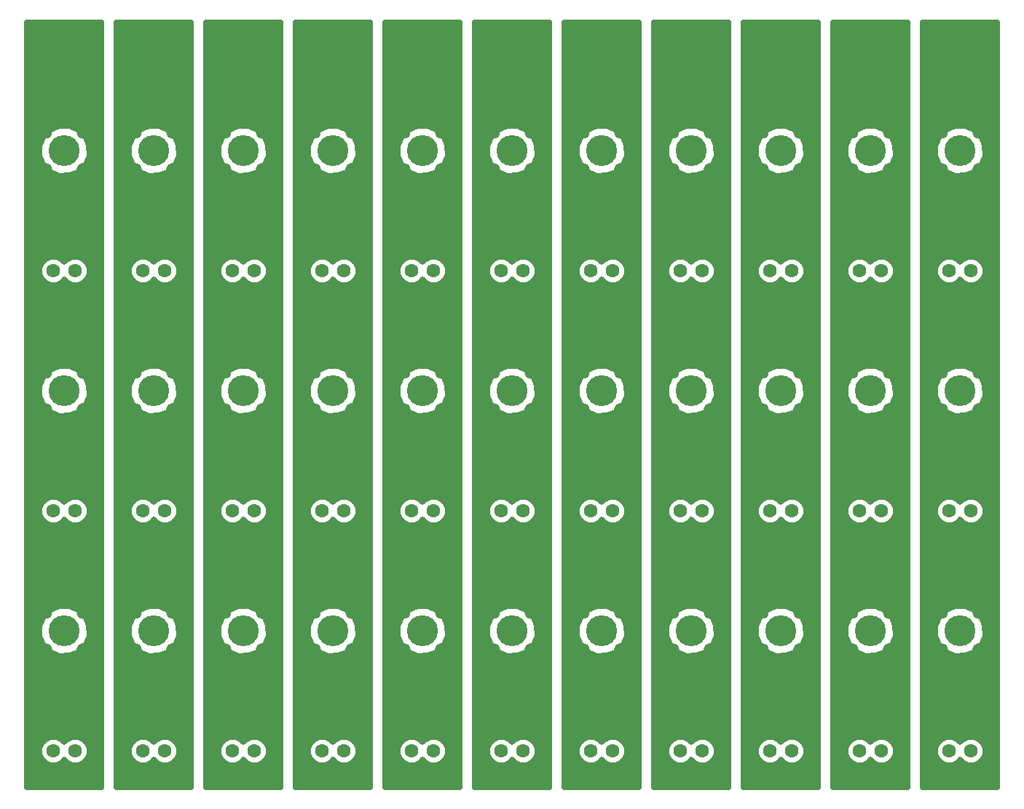
<source format=gbl>
%FSLAX34Y34*%
G04 Gerber Fmt 3.4, Leading zero omitted, Abs format*
G04 (created by PCBNEW (2014-03-10 BZR 4741)-product) date 3/24/2014 1:58:16 PM*
%MOIN*%
G01*
G70*
G90*
G04 APERTURE LIST*
%ADD10C,0.006000*%
%ADD11C,0.062992*%
%ADD12C,0.141732*%
%ADD13C,0.020000*%
G04 APERTURE END LIST*
G54D10*
G54D11*
X107050Y-63050D03*
X108050Y-63050D03*
X107050Y-52050D03*
X108050Y-52050D03*
X107050Y-41050D03*
X108050Y-41050D03*
G54D12*
X107550Y-57550D03*
X107550Y-46550D03*
X107550Y-35550D03*
G54D11*
X102950Y-63050D03*
X103950Y-63050D03*
X102950Y-52050D03*
X103950Y-52050D03*
X102950Y-41050D03*
X103950Y-41050D03*
G54D12*
X103450Y-57550D03*
X103450Y-46550D03*
X103450Y-35550D03*
X87050Y-35550D03*
X87050Y-46550D03*
X87050Y-57550D03*
G54D11*
X86550Y-41050D03*
X87550Y-41050D03*
X86550Y-52050D03*
X87550Y-52050D03*
X86550Y-63050D03*
X87550Y-63050D03*
X90650Y-63050D03*
X91650Y-63050D03*
X90650Y-52050D03*
X91650Y-52050D03*
X90650Y-41050D03*
X91650Y-41050D03*
G54D12*
X91150Y-57550D03*
X91150Y-46550D03*
X91150Y-35550D03*
X99350Y-35550D03*
X99350Y-46550D03*
X99350Y-57550D03*
G54D11*
X98850Y-41050D03*
X99850Y-41050D03*
X98850Y-52050D03*
X99850Y-52050D03*
X98850Y-63050D03*
X99850Y-63050D03*
X94750Y-63050D03*
X95750Y-63050D03*
X94750Y-52050D03*
X95750Y-52050D03*
X94750Y-41050D03*
X95750Y-41050D03*
G54D12*
X95250Y-57550D03*
X95250Y-46550D03*
X95250Y-35550D03*
X78850Y-35550D03*
X78850Y-46550D03*
X78850Y-57550D03*
G54D11*
X78350Y-41050D03*
X79350Y-41050D03*
X78350Y-52050D03*
X79350Y-52050D03*
X78350Y-63050D03*
X79350Y-63050D03*
X82450Y-63050D03*
X83450Y-63050D03*
X82450Y-52050D03*
X83450Y-52050D03*
X82450Y-41050D03*
X83450Y-41050D03*
G54D12*
X82950Y-57550D03*
X82950Y-46550D03*
X82950Y-35550D03*
X74750Y-35550D03*
X74750Y-46550D03*
X74750Y-57550D03*
G54D11*
X74250Y-41050D03*
X75250Y-41050D03*
X74250Y-52050D03*
X75250Y-52050D03*
X74250Y-63050D03*
X75250Y-63050D03*
G54D12*
X111650Y-35550D03*
X111650Y-46550D03*
X111650Y-57550D03*
G54D11*
X111150Y-41050D03*
X112150Y-41050D03*
X111150Y-52050D03*
X112150Y-52050D03*
X111150Y-63050D03*
X112150Y-63050D03*
X70150Y-63050D03*
X71150Y-63050D03*
X70150Y-52050D03*
X71150Y-52050D03*
X70150Y-41050D03*
X71150Y-41050D03*
G54D12*
X70650Y-57550D03*
X70650Y-46550D03*
X70650Y-35550D03*
G54D10*
G36*
X72375Y-64725D02*
X71765Y-64725D01*
X71765Y-62928D01*
X71765Y-51928D01*
X71765Y-40928D01*
X71759Y-40915D01*
X71759Y-35765D01*
X71757Y-35323D01*
X71592Y-34926D01*
X71413Y-34857D01*
X71398Y-34872D01*
X71327Y-34801D01*
X71342Y-34786D01*
X71273Y-34607D01*
X70865Y-34440D01*
X70423Y-34442D01*
X70026Y-34607D01*
X69957Y-34786D01*
X69972Y-34801D01*
X69901Y-34872D01*
X69886Y-34857D01*
X69707Y-34926D01*
X69540Y-35334D01*
X69542Y-35776D01*
X69707Y-36173D01*
X69886Y-36242D01*
X69901Y-36227D01*
X69972Y-36298D01*
X69957Y-36313D01*
X70026Y-36492D01*
X70434Y-36659D01*
X70876Y-36657D01*
X71273Y-36492D01*
X71342Y-36313D01*
X71327Y-36298D01*
X71398Y-36227D01*
X71413Y-36242D01*
X71592Y-36173D01*
X71759Y-35765D01*
X71759Y-40915D01*
X71671Y-40702D01*
X71498Y-40528D01*
X71272Y-40435D01*
X71028Y-40434D01*
X70802Y-40528D01*
X70649Y-40680D01*
X70498Y-40528D01*
X70272Y-40435D01*
X70028Y-40434D01*
X69802Y-40528D01*
X69628Y-40701D01*
X69535Y-40927D01*
X69534Y-41171D01*
X69628Y-41397D01*
X69801Y-41571D01*
X70027Y-41664D01*
X70271Y-41665D01*
X70497Y-41571D01*
X70650Y-41419D01*
X70801Y-41571D01*
X71027Y-41664D01*
X71271Y-41665D01*
X71497Y-41571D01*
X71671Y-41398D01*
X71764Y-41172D01*
X71765Y-40928D01*
X71765Y-51928D01*
X71759Y-51915D01*
X71759Y-46765D01*
X71757Y-46323D01*
X71592Y-45926D01*
X71413Y-45857D01*
X71398Y-45872D01*
X71327Y-45801D01*
X71342Y-45786D01*
X71273Y-45607D01*
X70865Y-45440D01*
X70423Y-45442D01*
X70026Y-45607D01*
X69957Y-45786D01*
X69972Y-45801D01*
X69901Y-45872D01*
X69886Y-45857D01*
X69707Y-45926D01*
X69540Y-46334D01*
X69542Y-46776D01*
X69707Y-47173D01*
X69886Y-47242D01*
X69901Y-47227D01*
X69972Y-47298D01*
X69957Y-47313D01*
X70026Y-47492D01*
X70434Y-47659D01*
X70876Y-47657D01*
X71273Y-47492D01*
X71342Y-47313D01*
X71327Y-47298D01*
X71398Y-47227D01*
X71413Y-47242D01*
X71592Y-47173D01*
X71759Y-46765D01*
X71759Y-51915D01*
X71671Y-51702D01*
X71498Y-51528D01*
X71272Y-51435D01*
X71028Y-51434D01*
X70802Y-51528D01*
X70649Y-51680D01*
X70498Y-51528D01*
X70272Y-51435D01*
X70028Y-51434D01*
X69802Y-51528D01*
X69628Y-51701D01*
X69535Y-51927D01*
X69534Y-52171D01*
X69628Y-52397D01*
X69801Y-52571D01*
X70027Y-52664D01*
X70271Y-52665D01*
X70497Y-52571D01*
X70650Y-52419D01*
X70801Y-52571D01*
X71027Y-52664D01*
X71271Y-52665D01*
X71497Y-52571D01*
X71671Y-52398D01*
X71764Y-52172D01*
X71765Y-51928D01*
X71765Y-62928D01*
X71759Y-62915D01*
X71759Y-57765D01*
X71757Y-57323D01*
X71592Y-56926D01*
X71413Y-56857D01*
X71398Y-56872D01*
X71327Y-56801D01*
X71342Y-56786D01*
X71273Y-56607D01*
X70865Y-56440D01*
X70423Y-56442D01*
X70026Y-56607D01*
X69957Y-56786D01*
X69972Y-56801D01*
X69901Y-56872D01*
X69886Y-56857D01*
X69707Y-56926D01*
X69540Y-57334D01*
X69542Y-57776D01*
X69707Y-58173D01*
X69886Y-58242D01*
X69901Y-58227D01*
X69972Y-58298D01*
X69957Y-58313D01*
X70026Y-58492D01*
X70434Y-58659D01*
X70876Y-58657D01*
X71273Y-58492D01*
X71342Y-58313D01*
X71327Y-58298D01*
X71398Y-58227D01*
X71413Y-58242D01*
X71592Y-58173D01*
X71759Y-57765D01*
X71759Y-62915D01*
X71671Y-62702D01*
X71498Y-62528D01*
X71272Y-62435D01*
X71028Y-62434D01*
X70802Y-62528D01*
X70649Y-62680D01*
X70498Y-62528D01*
X70272Y-62435D01*
X70028Y-62434D01*
X69802Y-62528D01*
X69628Y-62701D01*
X69535Y-62927D01*
X69534Y-63171D01*
X69628Y-63397D01*
X69801Y-63571D01*
X70027Y-63664D01*
X70271Y-63665D01*
X70497Y-63571D01*
X70650Y-63419D01*
X70801Y-63571D01*
X71027Y-63664D01*
X71271Y-63665D01*
X71497Y-63571D01*
X71671Y-63398D01*
X71764Y-63172D01*
X71765Y-62928D01*
X71765Y-64725D01*
X68925Y-64725D01*
X68925Y-29625D01*
X72375Y-29625D01*
X72375Y-64725D01*
X72375Y-64725D01*
G37*
G54D13*
X72375Y-64725D02*
X71765Y-64725D01*
X71765Y-62928D01*
X71765Y-51928D01*
X71765Y-40928D01*
X71759Y-40915D01*
X71759Y-35765D01*
X71757Y-35323D01*
X71592Y-34926D01*
X71413Y-34857D01*
X71398Y-34872D01*
X71327Y-34801D01*
X71342Y-34786D01*
X71273Y-34607D01*
X70865Y-34440D01*
X70423Y-34442D01*
X70026Y-34607D01*
X69957Y-34786D01*
X69972Y-34801D01*
X69901Y-34872D01*
X69886Y-34857D01*
X69707Y-34926D01*
X69540Y-35334D01*
X69542Y-35776D01*
X69707Y-36173D01*
X69886Y-36242D01*
X69901Y-36227D01*
X69972Y-36298D01*
X69957Y-36313D01*
X70026Y-36492D01*
X70434Y-36659D01*
X70876Y-36657D01*
X71273Y-36492D01*
X71342Y-36313D01*
X71327Y-36298D01*
X71398Y-36227D01*
X71413Y-36242D01*
X71592Y-36173D01*
X71759Y-35765D01*
X71759Y-40915D01*
X71671Y-40702D01*
X71498Y-40528D01*
X71272Y-40435D01*
X71028Y-40434D01*
X70802Y-40528D01*
X70649Y-40680D01*
X70498Y-40528D01*
X70272Y-40435D01*
X70028Y-40434D01*
X69802Y-40528D01*
X69628Y-40701D01*
X69535Y-40927D01*
X69534Y-41171D01*
X69628Y-41397D01*
X69801Y-41571D01*
X70027Y-41664D01*
X70271Y-41665D01*
X70497Y-41571D01*
X70650Y-41419D01*
X70801Y-41571D01*
X71027Y-41664D01*
X71271Y-41665D01*
X71497Y-41571D01*
X71671Y-41398D01*
X71764Y-41172D01*
X71765Y-40928D01*
X71765Y-51928D01*
X71759Y-51915D01*
X71759Y-46765D01*
X71757Y-46323D01*
X71592Y-45926D01*
X71413Y-45857D01*
X71398Y-45872D01*
X71327Y-45801D01*
X71342Y-45786D01*
X71273Y-45607D01*
X70865Y-45440D01*
X70423Y-45442D01*
X70026Y-45607D01*
X69957Y-45786D01*
X69972Y-45801D01*
X69901Y-45872D01*
X69886Y-45857D01*
X69707Y-45926D01*
X69540Y-46334D01*
X69542Y-46776D01*
X69707Y-47173D01*
X69886Y-47242D01*
X69901Y-47227D01*
X69972Y-47298D01*
X69957Y-47313D01*
X70026Y-47492D01*
X70434Y-47659D01*
X70876Y-47657D01*
X71273Y-47492D01*
X71342Y-47313D01*
X71327Y-47298D01*
X71398Y-47227D01*
X71413Y-47242D01*
X71592Y-47173D01*
X71759Y-46765D01*
X71759Y-51915D01*
X71671Y-51702D01*
X71498Y-51528D01*
X71272Y-51435D01*
X71028Y-51434D01*
X70802Y-51528D01*
X70649Y-51680D01*
X70498Y-51528D01*
X70272Y-51435D01*
X70028Y-51434D01*
X69802Y-51528D01*
X69628Y-51701D01*
X69535Y-51927D01*
X69534Y-52171D01*
X69628Y-52397D01*
X69801Y-52571D01*
X70027Y-52664D01*
X70271Y-52665D01*
X70497Y-52571D01*
X70650Y-52419D01*
X70801Y-52571D01*
X71027Y-52664D01*
X71271Y-52665D01*
X71497Y-52571D01*
X71671Y-52398D01*
X71764Y-52172D01*
X71765Y-51928D01*
X71765Y-62928D01*
X71759Y-62915D01*
X71759Y-57765D01*
X71757Y-57323D01*
X71592Y-56926D01*
X71413Y-56857D01*
X71398Y-56872D01*
X71327Y-56801D01*
X71342Y-56786D01*
X71273Y-56607D01*
X70865Y-56440D01*
X70423Y-56442D01*
X70026Y-56607D01*
X69957Y-56786D01*
X69972Y-56801D01*
X69901Y-56872D01*
X69886Y-56857D01*
X69707Y-56926D01*
X69540Y-57334D01*
X69542Y-57776D01*
X69707Y-58173D01*
X69886Y-58242D01*
X69901Y-58227D01*
X69972Y-58298D01*
X69957Y-58313D01*
X70026Y-58492D01*
X70434Y-58659D01*
X70876Y-58657D01*
X71273Y-58492D01*
X71342Y-58313D01*
X71327Y-58298D01*
X71398Y-58227D01*
X71413Y-58242D01*
X71592Y-58173D01*
X71759Y-57765D01*
X71759Y-62915D01*
X71671Y-62702D01*
X71498Y-62528D01*
X71272Y-62435D01*
X71028Y-62434D01*
X70802Y-62528D01*
X70649Y-62680D01*
X70498Y-62528D01*
X70272Y-62435D01*
X70028Y-62434D01*
X69802Y-62528D01*
X69628Y-62701D01*
X69535Y-62927D01*
X69534Y-63171D01*
X69628Y-63397D01*
X69801Y-63571D01*
X70027Y-63664D01*
X70271Y-63665D01*
X70497Y-63571D01*
X70650Y-63419D01*
X70801Y-63571D01*
X71027Y-63664D01*
X71271Y-63665D01*
X71497Y-63571D01*
X71671Y-63398D01*
X71764Y-63172D01*
X71765Y-62928D01*
X71765Y-64725D01*
X68925Y-64725D01*
X68925Y-29625D01*
X72375Y-29625D01*
X72375Y-64725D01*
G54D10*
G36*
X113375Y-64725D02*
X112765Y-64725D01*
X112765Y-62928D01*
X112765Y-51928D01*
X112765Y-40928D01*
X112759Y-40915D01*
X112759Y-35765D01*
X112757Y-35323D01*
X112592Y-34926D01*
X112413Y-34857D01*
X112398Y-34872D01*
X112327Y-34801D01*
X112342Y-34786D01*
X112273Y-34607D01*
X111865Y-34440D01*
X111423Y-34442D01*
X111026Y-34607D01*
X110957Y-34786D01*
X110972Y-34801D01*
X110901Y-34872D01*
X110886Y-34857D01*
X110707Y-34926D01*
X110540Y-35334D01*
X110542Y-35776D01*
X110707Y-36173D01*
X110886Y-36242D01*
X110901Y-36227D01*
X110972Y-36298D01*
X110957Y-36313D01*
X111026Y-36492D01*
X111434Y-36659D01*
X111876Y-36657D01*
X112273Y-36492D01*
X112342Y-36313D01*
X112327Y-36298D01*
X112398Y-36227D01*
X112413Y-36242D01*
X112592Y-36173D01*
X112759Y-35765D01*
X112759Y-40915D01*
X112671Y-40702D01*
X112498Y-40528D01*
X112272Y-40435D01*
X112028Y-40434D01*
X111802Y-40528D01*
X111649Y-40680D01*
X111498Y-40528D01*
X111272Y-40435D01*
X111028Y-40434D01*
X110802Y-40528D01*
X110628Y-40701D01*
X110535Y-40927D01*
X110534Y-41171D01*
X110628Y-41397D01*
X110801Y-41571D01*
X111027Y-41664D01*
X111271Y-41665D01*
X111497Y-41571D01*
X111650Y-41419D01*
X111801Y-41571D01*
X112027Y-41664D01*
X112271Y-41665D01*
X112497Y-41571D01*
X112671Y-41398D01*
X112764Y-41172D01*
X112765Y-40928D01*
X112765Y-51928D01*
X112759Y-51915D01*
X112759Y-46765D01*
X112757Y-46323D01*
X112592Y-45926D01*
X112413Y-45857D01*
X112398Y-45872D01*
X112327Y-45801D01*
X112342Y-45786D01*
X112273Y-45607D01*
X111865Y-45440D01*
X111423Y-45442D01*
X111026Y-45607D01*
X110957Y-45786D01*
X110972Y-45801D01*
X110901Y-45872D01*
X110886Y-45857D01*
X110707Y-45926D01*
X110540Y-46334D01*
X110542Y-46776D01*
X110707Y-47173D01*
X110886Y-47242D01*
X110901Y-47227D01*
X110972Y-47298D01*
X110957Y-47313D01*
X111026Y-47492D01*
X111434Y-47659D01*
X111876Y-47657D01*
X112273Y-47492D01*
X112342Y-47313D01*
X112327Y-47298D01*
X112398Y-47227D01*
X112413Y-47242D01*
X112592Y-47173D01*
X112759Y-46765D01*
X112759Y-51915D01*
X112671Y-51702D01*
X112498Y-51528D01*
X112272Y-51435D01*
X112028Y-51434D01*
X111802Y-51528D01*
X111649Y-51680D01*
X111498Y-51528D01*
X111272Y-51435D01*
X111028Y-51434D01*
X110802Y-51528D01*
X110628Y-51701D01*
X110535Y-51927D01*
X110534Y-52171D01*
X110628Y-52397D01*
X110801Y-52571D01*
X111027Y-52664D01*
X111271Y-52665D01*
X111497Y-52571D01*
X111650Y-52419D01*
X111801Y-52571D01*
X112027Y-52664D01*
X112271Y-52665D01*
X112497Y-52571D01*
X112671Y-52398D01*
X112764Y-52172D01*
X112765Y-51928D01*
X112765Y-62928D01*
X112759Y-62915D01*
X112759Y-57765D01*
X112757Y-57323D01*
X112592Y-56926D01*
X112413Y-56857D01*
X112398Y-56872D01*
X112327Y-56801D01*
X112342Y-56786D01*
X112273Y-56607D01*
X111865Y-56440D01*
X111423Y-56442D01*
X111026Y-56607D01*
X110957Y-56786D01*
X110972Y-56801D01*
X110901Y-56872D01*
X110886Y-56857D01*
X110707Y-56926D01*
X110540Y-57334D01*
X110542Y-57776D01*
X110707Y-58173D01*
X110886Y-58242D01*
X110901Y-58227D01*
X110972Y-58298D01*
X110957Y-58313D01*
X111026Y-58492D01*
X111434Y-58659D01*
X111876Y-58657D01*
X112273Y-58492D01*
X112342Y-58313D01*
X112327Y-58298D01*
X112398Y-58227D01*
X112413Y-58242D01*
X112592Y-58173D01*
X112759Y-57765D01*
X112759Y-62915D01*
X112671Y-62702D01*
X112498Y-62528D01*
X112272Y-62435D01*
X112028Y-62434D01*
X111802Y-62528D01*
X111649Y-62680D01*
X111498Y-62528D01*
X111272Y-62435D01*
X111028Y-62434D01*
X110802Y-62528D01*
X110628Y-62701D01*
X110535Y-62927D01*
X110534Y-63171D01*
X110628Y-63397D01*
X110801Y-63571D01*
X111027Y-63664D01*
X111271Y-63665D01*
X111497Y-63571D01*
X111650Y-63419D01*
X111801Y-63571D01*
X112027Y-63664D01*
X112271Y-63665D01*
X112497Y-63571D01*
X112671Y-63398D01*
X112764Y-63172D01*
X112765Y-62928D01*
X112765Y-64725D01*
X109925Y-64725D01*
X109925Y-29625D01*
X113375Y-29625D01*
X113375Y-64725D01*
X113375Y-64725D01*
G37*
G54D13*
X113375Y-64725D02*
X112765Y-64725D01*
X112765Y-62928D01*
X112765Y-51928D01*
X112765Y-40928D01*
X112759Y-40915D01*
X112759Y-35765D01*
X112757Y-35323D01*
X112592Y-34926D01*
X112413Y-34857D01*
X112398Y-34872D01*
X112327Y-34801D01*
X112342Y-34786D01*
X112273Y-34607D01*
X111865Y-34440D01*
X111423Y-34442D01*
X111026Y-34607D01*
X110957Y-34786D01*
X110972Y-34801D01*
X110901Y-34872D01*
X110886Y-34857D01*
X110707Y-34926D01*
X110540Y-35334D01*
X110542Y-35776D01*
X110707Y-36173D01*
X110886Y-36242D01*
X110901Y-36227D01*
X110972Y-36298D01*
X110957Y-36313D01*
X111026Y-36492D01*
X111434Y-36659D01*
X111876Y-36657D01*
X112273Y-36492D01*
X112342Y-36313D01*
X112327Y-36298D01*
X112398Y-36227D01*
X112413Y-36242D01*
X112592Y-36173D01*
X112759Y-35765D01*
X112759Y-40915D01*
X112671Y-40702D01*
X112498Y-40528D01*
X112272Y-40435D01*
X112028Y-40434D01*
X111802Y-40528D01*
X111649Y-40680D01*
X111498Y-40528D01*
X111272Y-40435D01*
X111028Y-40434D01*
X110802Y-40528D01*
X110628Y-40701D01*
X110535Y-40927D01*
X110534Y-41171D01*
X110628Y-41397D01*
X110801Y-41571D01*
X111027Y-41664D01*
X111271Y-41665D01*
X111497Y-41571D01*
X111650Y-41419D01*
X111801Y-41571D01*
X112027Y-41664D01*
X112271Y-41665D01*
X112497Y-41571D01*
X112671Y-41398D01*
X112764Y-41172D01*
X112765Y-40928D01*
X112765Y-51928D01*
X112759Y-51915D01*
X112759Y-46765D01*
X112757Y-46323D01*
X112592Y-45926D01*
X112413Y-45857D01*
X112398Y-45872D01*
X112327Y-45801D01*
X112342Y-45786D01*
X112273Y-45607D01*
X111865Y-45440D01*
X111423Y-45442D01*
X111026Y-45607D01*
X110957Y-45786D01*
X110972Y-45801D01*
X110901Y-45872D01*
X110886Y-45857D01*
X110707Y-45926D01*
X110540Y-46334D01*
X110542Y-46776D01*
X110707Y-47173D01*
X110886Y-47242D01*
X110901Y-47227D01*
X110972Y-47298D01*
X110957Y-47313D01*
X111026Y-47492D01*
X111434Y-47659D01*
X111876Y-47657D01*
X112273Y-47492D01*
X112342Y-47313D01*
X112327Y-47298D01*
X112398Y-47227D01*
X112413Y-47242D01*
X112592Y-47173D01*
X112759Y-46765D01*
X112759Y-51915D01*
X112671Y-51702D01*
X112498Y-51528D01*
X112272Y-51435D01*
X112028Y-51434D01*
X111802Y-51528D01*
X111649Y-51680D01*
X111498Y-51528D01*
X111272Y-51435D01*
X111028Y-51434D01*
X110802Y-51528D01*
X110628Y-51701D01*
X110535Y-51927D01*
X110534Y-52171D01*
X110628Y-52397D01*
X110801Y-52571D01*
X111027Y-52664D01*
X111271Y-52665D01*
X111497Y-52571D01*
X111650Y-52419D01*
X111801Y-52571D01*
X112027Y-52664D01*
X112271Y-52665D01*
X112497Y-52571D01*
X112671Y-52398D01*
X112764Y-52172D01*
X112765Y-51928D01*
X112765Y-62928D01*
X112759Y-62915D01*
X112759Y-57765D01*
X112757Y-57323D01*
X112592Y-56926D01*
X112413Y-56857D01*
X112398Y-56872D01*
X112327Y-56801D01*
X112342Y-56786D01*
X112273Y-56607D01*
X111865Y-56440D01*
X111423Y-56442D01*
X111026Y-56607D01*
X110957Y-56786D01*
X110972Y-56801D01*
X110901Y-56872D01*
X110886Y-56857D01*
X110707Y-56926D01*
X110540Y-57334D01*
X110542Y-57776D01*
X110707Y-58173D01*
X110886Y-58242D01*
X110901Y-58227D01*
X110972Y-58298D01*
X110957Y-58313D01*
X111026Y-58492D01*
X111434Y-58659D01*
X111876Y-58657D01*
X112273Y-58492D01*
X112342Y-58313D01*
X112327Y-58298D01*
X112398Y-58227D01*
X112413Y-58242D01*
X112592Y-58173D01*
X112759Y-57765D01*
X112759Y-62915D01*
X112671Y-62702D01*
X112498Y-62528D01*
X112272Y-62435D01*
X112028Y-62434D01*
X111802Y-62528D01*
X111649Y-62680D01*
X111498Y-62528D01*
X111272Y-62435D01*
X111028Y-62434D01*
X110802Y-62528D01*
X110628Y-62701D01*
X110535Y-62927D01*
X110534Y-63171D01*
X110628Y-63397D01*
X110801Y-63571D01*
X111027Y-63664D01*
X111271Y-63665D01*
X111497Y-63571D01*
X111650Y-63419D01*
X111801Y-63571D01*
X112027Y-63664D01*
X112271Y-63665D01*
X112497Y-63571D01*
X112671Y-63398D01*
X112764Y-63172D01*
X112765Y-62928D01*
X112765Y-64725D01*
X109925Y-64725D01*
X109925Y-29625D01*
X113375Y-29625D01*
X113375Y-64725D01*
G54D10*
G36*
X76475Y-64725D02*
X75865Y-64725D01*
X75865Y-62928D01*
X75865Y-51928D01*
X75865Y-40928D01*
X75859Y-40915D01*
X75859Y-35765D01*
X75857Y-35323D01*
X75692Y-34926D01*
X75513Y-34857D01*
X75498Y-34872D01*
X75427Y-34801D01*
X75442Y-34786D01*
X75373Y-34607D01*
X74965Y-34440D01*
X74523Y-34442D01*
X74126Y-34607D01*
X74057Y-34786D01*
X74072Y-34801D01*
X74001Y-34872D01*
X73986Y-34857D01*
X73807Y-34926D01*
X73640Y-35334D01*
X73642Y-35776D01*
X73807Y-36173D01*
X73986Y-36242D01*
X74001Y-36227D01*
X74072Y-36298D01*
X74057Y-36313D01*
X74126Y-36492D01*
X74534Y-36659D01*
X74976Y-36657D01*
X75373Y-36492D01*
X75442Y-36313D01*
X75427Y-36298D01*
X75498Y-36227D01*
X75513Y-36242D01*
X75692Y-36173D01*
X75859Y-35765D01*
X75859Y-40915D01*
X75771Y-40702D01*
X75598Y-40528D01*
X75372Y-40435D01*
X75128Y-40434D01*
X74902Y-40528D01*
X74749Y-40680D01*
X74598Y-40528D01*
X74372Y-40435D01*
X74128Y-40434D01*
X73902Y-40528D01*
X73728Y-40701D01*
X73635Y-40927D01*
X73634Y-41171D01*
X73728Y-41397D01*
X73901Y-41571D01*
X74127Y-41664D01*
X74371Y-41665D01*
X74597Y-41571D01*
X74750Y-41419D01*
X74901Y-41571D01*
X75127Y-41664D01*
X75371Y-41665D01*
X75597Y-41571D01*
X75771Y-41398D01*
X75864Y-41172D01*
X75865Y-40928D01*
X75865Y-51928D01*
X75859Y-51915D01*
X75859Y-46765D01*
X75857Y-46323D01*
X75692Y-45926D01*
X75513Y-45857D01*
X75498Y-45872D01*
X75427Y-45801D01*
X75442Y-45786D01*
X75373Y-45607D01*
X74965Y-45440D01*
X74523Y-45442D01*
X74126Y-45607D01*
X74057Y-45786D01*
X74072Y-45801D01*
X74001Y-45872D01*
X73986Y-45857D01*
X73807Y-45926D01*
X73640Y-46334D01*
X73642Y-46776D01*
X73807Y-47173D01*
X73986Y-47242D01*
X74001Y-47227D01*
X74072Y-47298D01*
X74057Y-47313D01*
X74126Y-47492D01*
X74534Y-47659D01*
X74976Y-47657D01*
X75373Y-47492D01*
X75442Y-47313D01*
X75427Y-47298D01*
X75498Y-47227D01*
X75513Y-47242D01*
X75692Y-47173D01*
X75859Y-46765D01*
X75859Y-51915D01*
X75771Y-51702D01*
X75598Y-51528D01*
X75372Y-51435D01*
X75128Y-51434D01*
X74902Y-51528D01*
X74749Y-51680D01*
X74598Y-51528D01*
X74372Y-51435D01*
X74128Y-51434D01*
X73902Y-51528D01*
X73728Y-51701D01*
X73635Y-51927D01*
X73634Y-52171D01*
X73728Y-52397D01*
X73901Y-52571D01*
X74127Y-52664D01*
X74371Y-52665D01*
X74597Y-52571D01*
X74750Y-52419D01*
X74901Y-52571D01*
X75127Y-52664D01*
X75371Y-52665D01*
X75597Y-52571D01*
X75771Y-52398D01*
X75864Y-52172D01*
X75865Y-51928D01*
X75865Y-62928D01*
X75859Y-62915D01*
X75859Y-57765D01*
X75857Y-57323D01*
X75692Y-56926D01*
X75513Y-56857D01*
X75498Y-56872D01*
X75427Y-56801D01*
X75442Y-56786D01*
X75373Y-56607D01*
X74965Y-56440D01*
X74523Y-56442D01*
X74126Y-56607D01*
X74057Y-56786D01*
X74072Y-56801D01*
X74001Y-56872D01*
X73986Y-56857D01*
X73807Y-56926D01*
X73640Y-57334D01*
X73642Y-57776D01*
X73807Y-58173D01*
X73986Y-58242D01*
X74001Y-58227D01*
X74072Y-58298D01*
X74057Y-58313D01*
X74126Y-58492D01*
X74534Y-58659D01*
X74976Y-58657D01*
X75373Y-58492D01*
X75442Y-58313D01*
X75427Y-58298D01*
X75498Y-58227D01*
X75513Y-58242D01*
X75692Y-58173D01*
X75859Y-57765D01*
X75859Y-62915D01*
X75771Y-62702D01*
X75598Y-62528D01*
X75372Y-62435D01*
X75128Y-62434D01*
X74902Y-62528D01*
X74749Y-62680D01*
X74598Y-62528D01*
X74372Y-62435D01*
X74128Y-62434D01*
X73902Y-62528D01*
X73728Y-62701D01*
X73635Y-62927D01*
X73634Y-63171D01*
X73728Y-63397D01*
X73901Y-63571D01*
X74127Y-63664D01*
X74371Y-63665D01*
X74597Y-63571D01*
X74750Y-63419D01*
X74901Y-63571D01*
X75127Y-63664D01*
X75371Y-63665D01*
X75597Y-63571D01*
X75771Y-63398D01*
X75864Y-63172D01*
X75865Y-62928D01*
X75865Y-64725D01*
X73025Y-64725D01*
X73025Y-29625D01*
X76475Y-29625D01*
X76475Y-64725D01*
X76475Y-64725D01*
G37*
G54D13*
X76475Y-64725D02*
X75865Y-64725D01*
X75865Y-62928D01*
X75865Y-51928D01*
X75865Y-40928D01*
X75859Y-40915D01*
X75859Y-35765D01*
X75857Y-35323D01*
X75692Y-34926D01*
X75513Y-34857D01*
X75498Y-34872D01*
X75427Y-34801D01*
X75442Y-34786D01*
X75373Y-34607D01*
X74965Y-34440D01*
X74523Y-34442D01*
X74126Y-34607D01*
X74057Y-34786D01*
X74072Y-34801D01*
X74001Y-34872D01*
X73986Y-34857D01*
X73807Y-34926D01*
X73640Y-35334D01*
X73642Y-35776D01*
X73807Y-36173D01*
X73986Y-36242D01*
X74001Y-36227D01*
X74072Y-36298D01*
X74057Y-36313D01*
X74126Y-36492D01*
X74534Y-36659D01*
X74976Y-36657D01*
X75373Y-36492D01*
X75442Y-36313D01*
X75427Y-36298D01*
X75498Y-36227D01*
X75513Y-36242D01*
X75692Y-36173D01*
X75859Y-35765D01*
X75859Y-40915D01*
X75771Y-40702D01*
X75598Y-40528D01*
X75372Y-40435D01*
X75128Y-40434D01*
X74902Y-40528D01*
X74749Y-40680D01*
X74598Y-40528D01*
X74372Y-40435D01*
X74128Y-40434D01*
X73902Y-40528D01*
X73728Y-40701D01*
X73635Y-40927D01*
X73634Y-41171D01*
X73728Y-41397D01*
X73901Y-41571D01*
X74127Y-41664D01*
X74371Y-41665D01*
X74597Y-41571D01*
X74750Y-41419D01*
X74901Y-41571D01*
X75127Y-41664D01*
X75371Y-41665D01*
X75597Y-41571D01*
X75771Y-41398D01*
X75864Y-41172D01*
X75865Y-40928D01*
X75865Y-51928D01*
X75859Y-51915D01*
X75859Y-46765D01*
X75857Y-46323D01*
X75692Y-45926D01*
X75513Y-45857D01*
X75498Y-45872D01*
X75427Y-45801D01*
X75442Y-45786D01*
X75373Y-45607D01*
X74965Y-45440D01*
X74523Y-45442D01*
X74126Y-45607D01*
X74057Y-45786D01*
X74072Y-45801D01*
X74001Y-45872D01*
X73986Y-45857D01*
X73807Y-45926D01*
X73640Y-46334D01*
X73642Y-46776D01*
X73807Y-47173D01*
X73986Y-47242D01*
X74001Y-47227D01*
X74072Y-47298D01*
X74057Y-47313D01*
X74126Y-47492D01*
X74534Y-47659D01*
X74976Y-47657D01*
X75373Y-47492D01*
X75442Y-47313D01*
X75427Y-47298D01*
X75498Y-47227D01*
X75513Y-47242D01*
X75692Y-47173D01*
X75859Y-46765D01*
X75859Y-51915D01*
X75771Y-51702D01*
X75598Y-51528D01*
X75372Y-51435D01*
X75128Y-51434D01*
X74902Y-51528D01*
X74749Y-51680D01*
X74598Y-51528D01*
X74372Y-51435D01*
X74128Y-51434D01*
X73902Y-51528D01*
X73728Y-51701D01*
X73635Y-51927D01*
X73634Y-52171D01*
X73728Y-52397D01*
X73901Y-52571D01*
X74127Y-52664D01*
X74371Y-52665D01*
X74597Y-52571D01*
X74750Y-52419D01*
X74901Y-52571D01*
X75127Y-52664D01*
X75371Y-52665D01*
X75597Y-52571D01*
X75771Y-52398D01*
X75864Y-52172D01*
X75865Y-51928D01*
X75865Y-62928D01*
X75859Y-62915D01*
X75859Y-57765D01*
X75857Y-57323D01*
X75692Y-56926D01*
X75513Y-56857D01*
X75498Y-56872D01*
X75427Y-56801D01*
X75442Y-56786D01*
X75373Y-56607D01*
X74965Y-56440D01*
X74523Y-56442D01*
X74126Y-56607D01*
X74057Y-56786D01*
X74072Y-56801D01*
X74001Y-56872D01*
X73986Y-56857D01*
X73807Y-56926D01*
X73640Y-57334D01*
X73642Y-57776D01*
X73807Y-58173D01*
X73986Y-58242D01*
X74001Y-58227D01*
X74072Y-58298D01*
X74057Y-58313D01*
X74126Y-58492D01*
X74534Y-58659D01*
X74976Y-58657D01*
X75373Y-58492D01*
X75442Y-58313D01*
X75427Y-58298D01*
X75498Y-58227D01*
X75513Y-58242D01*
X75692Y-58173D01*
X75859Y-57765D01*
X75859Y-62915D01*
X75771Y-62702D01*
X75598Y-62528D01*
X75372Y-62435D01*
X75128Y-62434D01*
X74902Y-62528D01*
X74749Y-62680D01*
X74598Y-62528D01*
X74372Y-62435D01*
X74128Y-62434D01*
X73902Y-62528D01*
X73728Y-62701D01*
X73635Y-62927D01*
X73634Y-63171D01*
X73728Y-63397D01*
X73901Y-63571D01*
X74127Y-63664D01*
X74371Y-63665D01*
X74597Y-63571D01*
X74750Y-63419D01*
X74901Y-63571D01*
X75127Y-63664D01*
X75371Y-63665D01*
X75597Y-63571D01*
X75771Y-63398D01*
X75864Y-63172D01*
X75865Y-62928D01*
X75865Y-64725D01*
X73025Y-64725D01*
X73025Y-29625D01*
X76475Y-29625D01*
X76475Y-64725D01*
G54D10*
G36*
X80575Y-64725D02*
X79965Y-64725D01*
X79965Y-62928D01*
X79965Y-51928D01*
X79965Y-40928D01*
X79959Y-40915D01*
X79959Y-35765D01*
X79957Y-35323D01*
X79792Y-34926D01*
X79613Y-34857D01*
X79598Y-34872D01*
X79527Y-34801D01*
X79542Y-34786D01*
X79473Y-34607D01*
X79065Y-34440D01*
X78623Y-34442D01*
X78226Y-34607D01*
X78157Y-34786D01*
X78172Y-34801D01*
X78101Y-34872D01*
X78086Y-34857D01*
X77907Y-34926D01*
X77740Y-35334D01*
X77742Y-35776D01*
X77907Y-36173D01*
X78086Y-36242D01*
X78101Y-36227D01*
X78172Y-36298D01*
X78157Y-36313D01*
X78226Y-36492D01*
X78634Y-36659D01*
X79076Y-36657D01*
X79473Y-36492D01*
X79542Y-36313D01*
X79527Y-36298D01*
X79598Y-36227D01*
X79613Y-36242D01*
X79792Y-36173D01*
X79959Y-35765D01*
X79959Y-40915D01*
X79871Y-40702D01*
X79698Y-40528D01*
X79472Y-40435D01*
X79228Y-40434D01*
X79002Y-40528D01*
X78849Y-40680D01*
X78698Y-40528D01*
X78472Y-40435D01*
X78228Y-40434D01*
X78002Y-40528D01*
X77828Y-40701D01*
X77735Y-40927D01*
X77734Y-41171D01*
X77828Y-41397D01*
X78001Y-41571D01*
X78227Y-41664D01*
X78471Y-41665D01*
X78697Y-41571D01*
X78850Y-41419D01*
X79001Y-41571D01*
X79227Y-41664D01*
X79471Y-41665D01*
X79697Y-41571D01*
X79871Y-41398D01*
X79964Y-41172D01*
X79965Y-40928D01*
X79965Y-51928D01*
X79959Y-51915D01*
X79959Y-46765D01*
X79957Y-46323D01*
X79792Y-45926D01*
X79613Y-45857D01*
X79598Y-45872D01*
X79527Y-45801D01*
X79542Y-45786D01*
X79473Y-45607D01*
X79065Y-45440D01*
X78623Y-45442D01*
X78226Y-45607D01*
X78157Y-45786D01*
X78172Y-45801D01*
X78101Y-45872D01*
X78086Y-45857D01*
X77907Y-45926D01*
X77740Y-46334D01*
X77742Y-46776D01*
X77907Y-47173D01*
X78086Y-47242D01*
X78101Y-47227D01*
X78172Y-47298D01*
X78157Y-47313D01*
X78226Y-47492D01*
X78634Y-47659D01*
X79076Y-47657D01*
X79473Y-47492D01*
X79542Y-47313D01*
X79527Y-47298D01*
X79598Y-47227D01*
X79613Y-47242D01*
X79792Y-47173D01*
X79959Y-46765D01*
X79959Y-51915D01*
X79871Y-51702D01*
X79698Y-51528D01*
X79472Y-51435D01*
X79228Y-51434D01*
X79002Y-51528D01*
X78849Y-51680D01*
X78698Y-51528D01*
X78472Y-51435D01*
X78228Y-51434D01*
X78002Y-51528D01*
X77828Y-51701D01*
X77735Y-51927D01*
X77734Y-52171D01*
X77828Y-52397D01*
X78001Y-52571D01*
X78227Y-52664D01*
X78471Y-52665D01*
X78697Y-52571D01*
X78850Y-52419D01*
X79001Y-52571D01*
X79227Y-52664D01*
X79471Y-52665D01*
X79697Y-52571D01*
X79871Y-52398D01*
X79964Y-52172D01*
X79965Y-51928D01*
X79965Y-62928D01*
X79959Y-62915D01*
X79959Y-57765D01*
X79957Y-57323D01*
X79792Y-56926D01*
X79613Y-56857D01*
X79598Y-56872D01*
X79527Y-56801D01*
X79542Y-56786D01*
X79473Y-56607D01*
X79065Y-56440D01*
X78623Y-56442D01*
X78226Y-56607D01*
X78157Y-56786D01*
X78172Y-56801D01*
X78101Y-56872D01*
X78086Y-56857D01*
X77907Y-56926D01*
X77740Y-57334D01*
X77742Y-57776D01*
X77907Y-58173D01*
X78086Y-58242D01*
X78101Y-58227D01*
X78172Y-58298D01*
X78157Y-58313D01*
X78226Y-58492D01*
X78634Y-58659D01*
X79076Y-58657D01*
X79473Y-58492D01*
X79542Y-58313D01*
X79527Y-58298D01*
X79598Y-58227D01*
X79613Y-58242D01*
X79792Y-58173D01*
X79959Y-57765D01*
X79959Y-62915D01*
X79871Y-62702D01*
X79698Y-62528D01*
X79472Y-62435D01*
X79228Y-62434D01*
X79002Y-62528D01*
X78849Y-62680D01*
X78698Y-62528D01*
X78472Y-62435D01*
X78228Y-62434D01*
X78002Y-62528D01*
X77828Y-62701D01*
X77735Y-62927D01*
X77734Y-63171D01*
X77828Y-63397D01*
X78001Y-63571D01*
X78227Y-63664D01*
X78471Y-63665D01*
X78697Y-63571D01*
X78850Y-63419D01*
X79001Y-63571D01*
X79227Y-63664D01*
X79471Y-63665D01*
X79697Y-63571D01*
X79871Y-63398D01*
X79964Y-63172D01*
X79965Y-62928D01*
X79965Y-64725D01*
X77125Y-64725D01*
X77125Y-29625D01*
X80575Y-29625D01*
X80575Y-64725D01*
X80575Y-64725D01*
G37*
G54D13*
X80575Y-64725D02*
X79965Y-64725D01*
X79965Y-62928D01*
X79965Y-51928D01*
X79965Y-40928D01*
X79959Y-40915D01*
X79959Y-35765D01*
X79957Y-35323D01*
X79792Y-34926D01*
X79613Y-34857D01*
X79598Y-34872D01*
X79527Y-34801D01*
X79542Y-34786D01*
X79473Y-34607D01*
X79065Y-34440D01*
X78623Y-34442D01*
X78226Y-34607D01*
X78157Y-34786D01*
X78172Y-34801D01*
X78101Y-34872D01*
X78086Y-34857D01*
X77907Y-34926D01*
X77740Y-35334D01*
X77742Y-35776D01*
X77907Y-36173D01*
X78086Y-36242D01*
X78101Y-36227D01*
X78172Y-36298D01*
X78157Y-36313D01*
X78226Y-36492D01*
X78634Y-36659D01*
X79076Y-36657D01*
X79473Y-36492D01*
X79542Y-36313D01*
X79527Y-36298D01*
X79598Y-36227D01*
X79613Y-36242D01*
X79792Y-36173D01*
X79959Y-35765D01*
X79959Y-40915D01*
X79871Y-40702D01*
X79698Y-40528D01*
X79472Y-40435D01*
X79228Y-40434D01*
X79002Y-40528D01*
X78849Y-40680D01*
X78698Y-40528D01*
X78472Y-40435D01*
X78228Y-40434D01*
X78002Y-40528D01*
X77828Y-40701D01*
X77735Y-40927D01*
X77734Y-41171D01*
X77828Y-41397D01*
X78001Y-41571D01*
X78227Y-41664D01*
X78471Y-41665D01*
X78697Y-41571D01*
X78850Y-41419D01*
X79001Y-41571D01*
X79227Y-41664D01*
X79471Y-41665D01*
X79697Y-41571D01*
X79871Y-41398D01*
X79964Y-41172D01*
X79965Y-40928D01*
X79965Y-51928D01*
X79959Y-51915D01*
X79959Y-46765D01*
X79957Y-46323D01*
X79792Y-45926D01*
X79613Y-45857D01*
X79598Y-45872D01*
X79527Y-45801D01*
X79542Y-45786D01*
X79473Y-45607D01*
X79065Y-45440D01*
X78623Y-45442D01*
X78226Y-45607D01*
X78157Y-45786D01*
X78172Y-45801D01*
X78101Y-45872D01*
X78086Y-45857D01*
X77907Y-45926D01*
X77740Y-46334D01*
X77742Y-46776D01*
X77907Y-47173D01*
X78086Y-47242D01*
X78101Y-47227D01*
X78172Y-47298D01*
X78157Y-47313D01*
X78226Y-47492D01*
X78634Y-47659D01*
X79076Y-47657D01*
X79473Y-47492D01*
X79542Y-47313D01*
X79527Y-47298D01*
X79598Y-47227D01*
X79613Y-47242D01*
X79792Y-47173D01*
X79959Y-46765D01*
X79959Y-51915D01*
X79871Y-51702D01*
X79698Y-51528D01*
X79472Y-51435D01*
X79228Y-51434D01*
X79002Y-51528D01*
X78849Y-51680D01*
X78698Y-51528D01*
X78472Y-51435D01*
X78228Y-51434D01*
X78002Y-51528D01*
X77828Y-51701D01*
X77735Y-51927D01*
X77734Y-52171D01*
X77828Y-52397D01*
X78001Y-52571D01*
X78227Y-52664D01*
X78471Y-52665D01*
X78697Y-52571D01*
X78850Y-52419D01*
X79001Y-52571D01*
X79227Y-52664D01*
X79471Y-52665D01*
X79697Y-52571D01*
X79871Y-52398D01*
X79964Y-52172D01*
X79965Y-51928D01*
X79965Y-62928D01*
X79959Y-62915D01*
X79959Y-57765D01*
X79957Y-57323D01*
X79792Y-56926D01*
X79613Y-56857D01*
X79598Y-56872D01*
X79527Y-56801D01*
X79542Y-56786D01*
X79473Y-56607D01*
X79065Y-56440D01*
X78623Y-56442D01*
X78226Y-56607D01*
X78157Y-56786D01*
X78172Y-56801D01*
X78101Y-56872D01*
X78086Y-56857D01*
X77907Y-56926D01*
X77740Y-57334D01*
X77742Y-57776D01*
X77907Y-58173D01*
X78086Y-58242D01*
X78101Y-58227D01*
X78172Y-58298D01*
X78157Y-58313D01*
X78226Y-58492D01*
X78634Y-58659D01*
X79076Y-58657D01*
X79473Y-58492D01*
X79542Y-58313D01*
X79527Y-58298D01*
X79598Y-58227D01*
X79613Y-58242D01*
X79792Y-58173D01*
X79959Y-57765D01*
X79959Y-62915D01*
X79871Y-62702D01*
X79698Y-62528D01*
X79472Y-62435D01*
X79228Y-62434D01*
X79002Y-62528D01*
X78849Y-62680D01*
X78698Y-62528D01*
X78472Y-62435D01*
X78228Y-62434D01*
X78002Y-62528D01*
X77828Y-62701D01*
X77735Y-62927D01*
X77734Y-63171D01*
X77828Y-63397D01*
X78001Y-63571D01*
X78227Y-63664D01*
X78471Y-63665D01*
X78697Y-63571D01*
X78850Y-63419D01*
X79001Y-63571D01*
X79227Y-63664D01*
X79471Y-63665D01*
X79697Y-63571D01*
X79871Y-63398D01*
X79964Y-63172D01*
X79965Y-62928D01*
X79965Y-64725D01*
X77125Y-64725D01*
X77125Y-29625D01*
X80575Y-29625D01*
X80575Y-64725D01*
G54D10*
G36*
X84675Y-64725D02*
X84065Y-64725D01*
X84065Y-62928D01*
X84065Y-51928D01*
X84065Y-40928D01*
X84059Y-40915D01*
X84059Y-35765D01*
X84057Y-35323D01*
X83892Y-34926D01*
X83713Y-34857D01*
X83698Y-34872D01*
X83627Y-34801D01*
X83642Y-34786D01*
X83573Y-34607D01*
X83165Y-34440D01*
X82723Y-34442D01*
X82326Y-34607D01*
X82257Y-34786D01*
X82272Y-34801D01*
X82201Y-34872D01*
X82186Y-34857D01*
X82007Y-34926D01*
X81840Y-35334D01*
X81842Y-35776D01*
X82007Y-36173D01*
X82186Y-36242D01*
X82201Y-36227D01*
X82272Y-36298D01*
X82257Y-36313D01*
X82326Y-36492D01*
X82734Y-36659D01*
X83176Y-36657D01*
X83573Y-36492D01*
X83642Y-36313D01*
X83627Y-36298D01*
X83698Y-36227D01*
X83713Y-36242D01*
X83892Y-36173D01*
X84059Y-35765D01*
X84059Y-40915D01*
X83971Y-40702D01*
X83798Y-40528D01*
X83572Y-40435D01*
X83328Y-40434D01*
X83102Y-40528D01*
X82949Y-40680D01*
X82798Y-40528D01*
X82572Y-40435D01*
X82328Y-40434D01*
X82102Y-40528D01*
X81928Y-40701D01*
X81835Y-40927D01*
X81834Y-41171D01*
X81928Y-41397D01*
X82101Y-41571D01*
X82327Y-41664D01*
X82571Y-41665D01*
X82797Y-41571D01*
X82950Y-41419D01*
X83101Y-41571D01*
X83327Y-41664D01*
X83571Y-41665D01*
X83797Y-41571D01*
X83971Y-41398D01*
X84064Y-41172D01*
X84065Y-40928D01*
X84065Y-51928D01*
X84059Y-51915D01*
X84059Y-46765D01*
X84057Y-46323D01*
X83892Y-45926D01*
X83713Y-45857D01*
X83698Y-45872D01*
X83627Y-45801D01*
X83642Y-45786D01*
X83573Y-45607D01*
X83165Y-45440D01*
X82723Y-45442D01*
X82326Y-45607D01*
X82257Y-45786D01*
X82272Y-45801D01*
X82201Y-45872D01*
X82186Y-45857D01*
X82007Y-45926D01*
X81840Y-46334D01*
X81842Y-46776D01*
X82007Y-47173D01*
X82186Y-47242D01*
X82201Y-47227D01*
X82272Y-47298D01*
X82257Y-47313D01*
X82326Y-47492D01*
X82734Y-47659D01*
X83176Y-47657D01*
X83573Y-47492D01*
X83642Y-47313D01*
X83627Y-47298D01*
X83698Y-47227D01*
X83713Y-47242D01*
X83892Y-47173D01*
X84059Y-46765D01*
X84059Y-51915D01*
X83971Y-51702D01*
X83798Y-51528D01*
X83572Y-51435D01*
X83328Y-51434D01*
X83102Y-51528D01*
X82949Y-51680D01*
X82798Y-51528D01*
X82572Y-51435D01*
X82328Y-51434D01*
X82102Y-51528D01*
X81928Y-51701D01*
X81835Y-51927D01*
X81834Y-52171D01*
X81928Y-52397D01*
X82101Y-52571D01*
X82327Y-52664D01*
X82571Y-52665D01*
X82797Y-52571D01*
X82950Y-52419D01*
X83101Y-52571D01*
X83327Y-52664D01*
X83571Y-52665D01*
X83797Y-52571D01*
X83971Y-52398D01*
X84064Y-52172D01*
X84065Y-51928D01*
X84065Y-62928D01*
X84059Y-62915D01*
X84059Y-57765D01*
X84057Y-57323D01*
X83892Y-56926D01*
X83713Y-56857D01*
X83698Y-56872D01*
X83627Y-56801D01*
X83642Y-56786D01*
X83573Y-56607D01*
X83165Y-56440D01*
X82723Y-56442D01*
X82326Y-56607D01*
X82257Y-56786D01*
X82272Y-56801D01*
X82201Y-56872D01*
X82186Y-56857D01*
X82007Y-56926D01*
X81840Y-57334D01*
X81842Y-57776D01*
X82007Y-58173D01*
X82186Y-58242D01*
X82201Y-58227D01*
X82272Y-58298D01*
X82257Y-58313D01*
X82326Y-58492D01*
X82734Y-58659D01*
X83176Y-58657D01*
X83573Y-58492D01*
X83642Y-58313D01*
X83627Y-58298D01*
X83698Y-58227D01*
X83713Y-58242D01*
X83892Y-58173D01*
X84059Y-57765D01*
X84059Y-62915D01*
X83971Y-62702D01*
X83798Y-62528D01*
X83572Y-62435D01*
X83328Y-62434D01*
X83102Y-62528D01*
X82949Y-62680D01*
X82798Y-62528D01*
X82572Y-62435D01*
X82328Y-62434D01*
X82102Y-62528D01*
X81928Y-62701D01*
X81835Y-62927D01*
X81834Y-63171D01*
X81928Y-63397D01*
X82101Y-63571D01*
X82327Y-63664D01*
X82571Y-63665D01*
X82797Y-63571D01*
X82950Y-63419D01*
X83101Y-63571D01*
X83327Y-63664D01*
X83571Y-63665D01*
X83797Y-63571D01*
X83971Y-63398D01*
X84064Y-63172D01*
X84065Y-62928D01*
X84065Y-64725D01*
X81225Y-64725D01*
X81225Y-29625D01*
X84675Y-29625D01*
X84675Y-64725D01*
X84675Y-64725D01*
G37*
G54D13*
X84675Y-64725D02*
X84065Y-64725D01*
X84065Y-62928D01*
X84065Y-51928D01*
X84065Y-40928D01*
X84059Y-40915D01*
X84059Y-35765D01*
X84057Y-35323D01*
X83892Y-34926D01*
X83713Y-34857D01*
X83698Y-34872D01*
X83627Y-34801D01*
X83642Y-34786D01*
X83573Y-34607D01*
X83165Y-34440D01*
X82723Y-34442D01*
X82326Y-34607D01*
X82257Y-34786D01*
X82272Y-34801D01*
X82201Y-34872D01*
X82186Y-34857D01*
X82007Y-34926D01*
X81840Y-35334D01*
X81842Y-35776D01*
X82007Y-36173D01*
X82186Y-36242D01*
X82201Y-36227D01*
X82272Y-36298D01*
X82257Y-36313D01*
X82326Y-36492D01*
X82734Y-36659D01*
X83176Y-36657D01*
X83573Y-36492D01*
X83642Y-36313D01*
X83627Y-36298D01*
X83698Y-36227D01*
X83713Y-36242D01*
X83892Y-36173D01*
X84059Y-35765D01*
X84059Y-40915D01*
X83971Y-40702D01*
X83798Y-40528D01*
X83572Y-40435D01*
X83328Y-40434D01*
X83102Y-40528D01*
X82949Y-40680D01*
X82798Y-40528D01*
X82572Y-40435D01*
X82328Y-40434D01*
X82102Y-40528D01*
X81928Y-40701D01*
X81835Y-40927D01*
X81834Y-41171D01*
X81928Y-41397D01*
X82101Y-41571D01*
X82327Y-41664D01*
X82571Y-41665D01*
X82797Y-41571D01*
X82950Y-41419D01*
X83101Y-41571D01*
X83327Y-41664D01*
X83571Y-41665D01*
X83797Y-41571D01*
X83971Y-41398D01*
X84064Y-41172D01*
X84065Y-40928D01*
X84065Y-51928D01*
X84059Y-51915D01*
X84059Y-46765D01*
X84057Y-46323D01*
X83892Y-45926D01*
X83713Y-45857D01*
X83698Y-45872D01*
X83627Y-45801D01*
X83642Y-45786D01*
X83573Y-45607D01*
X83165Y-45440D01*
X82723Y-45442D01*
X82326Y-45607D01*
X82257Y-45786D01*
X82272Y-45801D01*
X82201Y-45872D01*
X82186Y-45857D01*
X82007Y-45926D01*
X81840Y-46334D01*
X81842Y-46776D01*
X82007Y-47173D01*
X82186Y-47242D01*
X82201Y-47227D01*
X82272Y-47298D01*
X82257Y-47313D01*
X82326Y-47492D01*
X82734Y-47659D01*
X83176Y-47657D01*
X83573Y-47492D01*
X83642Y-47313D01*
X83627Y-47298D01*
X83698Y-47227D01*
X83713Y-47242D01*
X83892Y-47173D01*
X84059Y-46765D01*
X84059Y-51915D01*
X83971Y-51702D01*
X83798Y-51528D01*
X83572Y-51435D01*
X83328Y-51434D01*
X83102Y-51528D01*
X82949Y-51680D01*
X82798Y-51528D01*
X82572Y-51435D01*
X82328Y-51434D01*
X82102Y-51528D01*
X81928Y-51701D01*
X81835Y-51927D01*
X81834Y-52171D01*
X81928Y-52397D01*
X82101Y-52571D01*
X82327Y-52664D01*
X82571Y-52665D01*
X82797Y-52571D01*
X82950Y-52419D01*
X83101Y-52571D01*
X83327Y-52664D01*
X83571Y-52665D01*
X83797Y-52571D01*
X83971Y-52398D01*
X84064Y-52172D01*
X84065Y-51928D01*
X84065Y-62928D01*
X84059Y-62915D01*
X84059Y-57765D01*
X84057Y-57323D01*
X83892Y-56926D01*
X83713Y-56857D01*
X83698Y-56872D01*
X83627Y-56801D01*
X83642Y-56786D01*
X83573Y-56607D01*
X83165Y-56440D01*
X82723Y-56442D01*
X82326Y-56607D01*
X82257Y-56786D01*
X82272Y-56801D01*
X82201Y-56872D01*
X82186Y-56857D01*
X82007Y-56926D01*
X81840Y-57334D01*
X81842Y-57776D01*
X82007Y-58173D01*
X82186Y-58242D01*
X82201Y-58227D01*
X82272Y-58298D01*
X82257Y-58313D01*
X82326Y-58492D01*
X82734Y-58659D01*
X83176Y-58657D01*
X83573Y-58492D01*
X83642Y-58313D01*
X83627Y-58298D01*
X83698Y-58227D01*
X83713Y-58242D01*
X83892Y-58173D01*
X84059Y-57765D01*
X84059Y-62915D01*
X83971Y-62702D01*
X83798Y-62528D01*
X83572Y-62435D01*
X83328Y-62434D01*
X83102Y-62528D01*
X82949Y-62680D01*
X82798Y-62528D01*
X82572Y-62435D01*
X82328Y-62434D01*
X82102Y-62528D01*
X81928Y-62701D01*
X81835Y-62927D01*
X81834Y-63171D01*
X81928Y-63397D01*
X82101Y-63571D01*
X82327Y-63664D01*
X82571Y-63665D01*
X82797Y-63571D01*
X82950Y-63419D01*
X83101Y-63571D01*
X83327Y-63664D01*
X83571Y-63665D01*
X83797Y-63571D01*
X83971Y-63398D01*
X84064Y-63172D01*
X84065Y-62928D01*
X84065Y-64725D01*
X81225Y-64725D01*
X81225Y-29625D01*
X84675Y-29625D01*
X84675Y-64725D01*
G54D10*
G36*
X88775Y-64725D02*
X88165Y-64725D01*
X88165Y-62928D01*
X88165Y-51928D01*
X88165Y-40928D01*
X88159Y-40915D01*
X88159Y-35765D01*
X88157Y-35323D01*
X87992Y-34926D01*
X87813Y-34857D01*
X87798Y-34872D01*
X87727Y-34801D01*
X87742Y-34786D01*
X87673Y-34607D01*
X87265Y-34440D01*
X86823Y-34442D01*
X86426Y-34607D01*
X86357Y-34786D01*
X86372Y-34801D01*
X86301Y-34872D01*
X86286Y-34857D01*
X86107Y-34926D01*
X85940Y-35334D01*
X85942Y-35776D01*
X86107Y-36173D01*
X86286Y-36242D01*
X86301Y-36227D01*
X86372Y-36298D01*
X86357Y-36313D01*
X86426Y-36492D01*
X86834Y-36659D01*
X87276Y-36657D01*
X87673Y-36492D01*
X87742Y-36313D01*
X87727Y-36298D01*
X87798Y-36227D01*
X87813Y-36242D01*
X87992Y-36173D01*
X88159Y-35765D01*
X88159Y-40915D01*
X88071Y-40702D01*
X87898Y-40528D01*
X87672Y-40435D01*
X87428Y-40434D01*
X87202Y-40528D01*
X87049Y-40680D01*
X86898Y-40528D01*
X86672Y-40435D01*
X86428Y-40434D01*
X86202Y-40528D01*
X86028Y-40701D01*
X85935Y-40927D01*
X85934Y-41171D01*
X86028Y-41397D01*
X86201Y-41571D01*
X86427Y-41664D01*
X86671Y-41665D01*
X86897Y-41571D01*
X87050Y-41419D01*
X87201Y-41571D01*
X87427Y-41664D01*
X87671Y-41665D01*
X87897Y-41571D01*
X88071Y-41398D01*
X88164Y-41172D01*
X88165Y-40928D01*
X88165Y-51928D01*
X88159Y-51915D01*
X88159Y-46765D01*
X88157Y-46323D01*
X87992Y-45926D01*
X87813Y-45857D01*
X87798Y-45872D01*
X87727Y-45801D01*
X87742Y-45786D01*
X87673Y-45607D01*
X87265Y-45440D01*
X86823Y-45442D01*
X86426Y-45607D01*
X86357Y-45786D01*
X86372Y-45801D01*
X86301Y-45872D01*
X86286Y-45857D01*
X86107Y-45926D01*
X85940Y-46334D01*
X85942Y-46776D01*
X86107Y-47173D01*
X86286Y-47242D01*
X86301Y-47227D01*
X86372Y-47298D01*
X86357Y-47313D01*
X86426Y-47492D01*
X86834Y-47659D01*
X87276Y-47657D01*
X87673Y-47492D01*
X87742Y-47313D01*
X87727Y-47298D01*
X87798Y-47227D01*
X87813Y-47242D01*
X87992Y-47173D01*
X88159Y-46765D01*
X88159Y-51915D01*
X88071Y-51702D01*
X87898Y-51528D01*
X87672Y-51435D01*
X87428Y-51434D01*
X87202Y-51528D01*
X87049Y-51680D01*
X86898Y-51528D01*
X86672Y-51435D01*
X86428Y-51434D01*
X86202Y-51528D01*
X86028Y-51701D01*
X85935Y-51927D01*
X85934Y-52171D01*
X86028Y-52397D01*
X86201Y-52571D01*
X86427Y-52664D01*
X86671Y-52665D01*
X86897Y-52571D01*
X87050Y-52419D01*
X87201Y-52571D01*
X87427Y-52664D01*
X87671Y-52665D01*
X87897Y-52571D01*
X88071Y-52398D01*
X88164Y-52172D01*
X88165Y-51928D01*
X88165Y-62928D01*
X88159Y-62915D01*
X88159Y-57765D01*
X88157Y-57323D01*
X87992Y-56926D01*
X87813Y-56857D01*
X87798Y-56872D01*
X87727Y-56801D01*
X87742Y-56786D01*
X87673Y-56607D01*
X87265Y-56440D01*
X86823Y-56442D01*
X86426Y-56607D01*
X86357Y-56786D01*
X86372Y-56801D01*
X86301Y-56872D01*
X86286Y-56857D01*
X86107Y-56926D01*
X85940Y-57334D01*
X85942Y-57776D01*
X86107Y-58173D01*
X86286Y-58242D01*
X86301Y-58227D01*
X86372Y-58298D01*
X86357Y-58313D01*
X86426Y-58492D01*
X86834Y-58659D01*
X87276Y-58657D01*
X87673Y-58492D01*
X87742Y-58313D01*
X87727Y-58298D01*
X87798Y-58227D01*
X87813Y-58242D01*
X87992Y-58173D01*
X88159Y-57765D01*
X88159Y-62915D01*
X88071Y-62702D01*
X87898Y-62528D01*
X87672Y-62435D01*
X87428Y-62434D01*
X87202Y-62528D01*
X87049Y-62680D01*
X86898Y-62528D01*
X86672Y-62435D01*
X86428Y-62434D01*
X86202Y-62528D01*
X86028Y-62701D01*
X85935Y-62927D01*
X85934Y-63171D01*
X86028Y-63397D01*
X86201Y-63571D01*
X86427Y-63664D01*
X86671Y-63665D01*
X86897Y-63571D01*
X87050Y-63419D01*
X87201Y-63571D01*
X87427Y-63664D01*
X87671Y-63665D01*
X87897Y-63571D01*
X88071Y-63398D01*
X88164Y-63172D01*
X88165Y-62928D01*
X88165Y-64725D01*
X85325Y-64725D01*
X85325Y-29625D01*
X88775Y-29625D01*
X88775Y-64725D01*
X88775Y-64725D01*
G37*
G54D13*
X88775Y-64725D02*
X88165Y-64725D01*
X88165Y-62928D01*
X88165Y-51928D01*
X88165Y-40928D01*
X88159Y-40915D01*
X88159Y-35765D01*
X88157Y-35323D01*
X87992Y-34926D01*
X87813Y-34857D01*
X87798Y-34872D01*
X87727Y-34801D01*
X87742Y-34786D01*
X87673Y-34607D01*
X87265Y-34440D01*
X86823Y-34442D01*
X86426Y-34607D01*
X86357Y-34786D01*
X86372Y-34801D01*
X86301Y-34872D01*
X86286Y-34857D01*
X86107Y-34926D01*
X85940Y-35334D01*
X85942Y-35776D01*
X86107Y-36173D01*
X86286Y-36242D01*
X86301Y-36227D01*
X86372Y-36298D01*
X86357Y-36313D01*
X86426Y-36492D01*
X86834Y-36659D01*
X87276Y-36657D01*
X87673Y-36492D01*
X87742Y-36313D01*
X87727Y-36298D01*
X87798Y-36227D01*
X87813Y-36242D01*
X87992Y-36173D01*
X88159Y-35765D01*
X88159Y-40915D01*
X88071Y-40702D01*
X87898Y-40528D01*
X87672Y-40435D01*
X87428Y-40434D01*
X87202Y-40528D01*
X87049Y-40680D01*
X86898Y-40528D01*
X86672Y-40435D01*
X86428Y-40434D01*
X86202Y-40528D01*
X86028Y-40701D01*
X85935Y-40927D01*
X85934Y-41171D01*
X86028Y-41397D01*
X86201Y-41571D01*
X86427Y-41664D01*
X86671Y-41665D01*
X86897Y-41571D01*
X87050Y-41419D01*
X87201Y-41571D01*
X87427Y-41664D01*
X87671Y-41665D01*
X87897Y-41571D01*
X88071Y-41398D01*
X88164Y-41172D01*
X88165Y-40928D01*
X88165Y-51928D01*
X88159Y-51915D01*
X88159Y-46765D01*
X88157Y-46323D01*
X87992Y-45926D01*
X87813Y-45857D01*
X87798Y-45872D01*
X87727Y-45801D01*
X87742Y-45786D01*
X87673Y-45607D01*
X87265Y-45440D01*
X86823Y-45442D01*
X86426Y-45607D01*
X86357Y-45786D01*
X86372Y-45801D01*
X86301Y-45872D01*
X86286Y-45857D01*
X86107Y-45926D01*
X85940Y-46334D01*
X85942Y-46776D01*
X86107Y-47173D01*
X86286Y-47242D01*
X86301Y-47227D01*
X86372Y-47298D01*
X86357Y-47313D01*
X86426Y-47492D01*
X86834Y-47659D01*
X87276Y-47657D01*
X87673Y-47492D01*
X87742Y-47313D01*
X87727Y-47298D01*
X87798Y-47227D01*
X87813Y-47242D01*
X87992Y-47173D01*
X88159Y-46765D01*
X88159Y-51915D01*
X88071Y-51702D01*
X87898Y-51528D01*
X87672Y-51435D01*
X87428Y-51434D01*
X87202Y-51528D01*
X87049Y-51680D01*
X86898Y-51528D01*
X86672Y-51435D01*
X86428Y-51434D01*
X86202Y-51528D01*
X86028Y-51701D01*
X85935Y-51927D01*
X85934Y-52171D01*
X86028Y-52397D01*
X86201Y-52571D01*
X86427Y-52664D01*
X86671Y-52665D01*
X86897Y-52571D01*
X87050Y-52419D01*
X87201Y-52571D01*
X87427Y-52664D01*
X87671Y-52665D01*
X87897Y-52571D01*
X88071Y-52398D01*
X88164Y-52172D01*
X88165Y-51928D01*
X88165Y-62928D01*
X88159Y-62915D01*
X88159Y-57765D01*
X88157Y-57323D01*
X87992Y-56926D01*
X87813Y-56857D01*
X87798Y-56872D01*
X87727Y-56801D01*
X87742Y-56786D01*
X87673Y-56607D01*
X87265Y-56440D01*
X86823Y-56442D01*
X86426Y-56607D01*
X86357Y-56786D01*
X86372Y-56801D01*
X86301Y-56872D01*
X86286Y-56857D01*
X86107Y-56926D01*
X85940Y-57334D01*
X85942Y-57776D01*
X86107Y-58173D01*
X86286Y-58242D01*
X86301Y-58227D01*
X86372Y-58298D01*
X86357Y-58313D01*
X86426Y-58492D01*
X86834Y-58659D01*
X87276Y-58657D01*
X87673Y-58492D01*
X87742Y-58313D01*
X87727Y-58298D01*
X87798Y-58227D01*
X87813Y-58242D01*
X87992Y-58173D01*
X88159Y-57765D01*
X88159Y-62915D01*
X88071Y-62702D01*
X87898Y-62528D01*
X87672Y-62435D01*
X87428Y-62434D01*
X87202Y-62528D01*
X87049Y-62680D01*
X86898Y-62528D01*
X86672Y-62435D01*
X86428Y-62434D01*
X86202Y-62528D01*
X86028Y-62701D01*
X85935Y-62927D01*
X85934Y-63171D01*
X86028Y-63397D01*
X86201Y-63571D01*
X86427Y-63664D01*
X86671Y-63665D01*
X86897Y-63571D01*
X87050Y-63419D01*
X87201Y-63571D01*
X87427Y-63664D01*
X87671Y-63665D01*
X87897Y-63571D01*
X88071Y-63398D01*
X88164Y-63172D01*
X88165Y-62928D01*
X88165Y-64725D01*
X85325Y-64725D01*
X85325Y-29625D01*
X88775Y-29625D01*
X88775Y-64725D01*
G54D10*
G36*
X92875Y-64725D02*
X92265Y-64725D01*
X92265Y-62928D01*
X92265Y-51928D01*
X92265Y-40928D01*
X92259Y-40915D01*
X92259Y-35765D01*
X92257Y-35323D01*
X92092Y-34926D01*
X91913Y-34857D01*
X91898Y-34872D01*
X91827Y-34801D01*
X91842Y-34786D01*
X91773Y-34607D01*
X91365Y-34440D01*
X90923Y-34442D01*
X90526Y-34607D01*
X90457Y-34786D01*
X90472Y-34801D01*
X90401Y-34872D01*
X90386Y-34857D01*
X90207Y-34926D01*
X90040Y-35334D01*
X90042Y-35776D01*
X90207Y-36173D01*
X90386Y-36242D01*
X90401Y-36227D01*
X90472Y-36298D01*
X90457Y-36313D01*
X90526Y-36492D01*
X90934Y-36659D01*
X91376Y-36657D01*
X91773Y-36492D01*
X91842Y-36313D01*
X91827Y-36298D01*
X91898Y-36227D01*
X91913Y-36242D01*
X92092Y-36173D01*
X92259Y-35765D01*
X92259Y-40915D01*
X92171Y-40702D01*
X91998Y-40528D01*
X91772Y-40435D01*
X91528Y-40434D01*
X91302Y-40528D01*
X91149Y-40680D01*
X90998Y-40528D01*
X90772Y-40435D01*
X90528Y-40434D01*
X90302Y-40528D01*
X90128Y-40701D01*
X90035Y-40927D01*
X90034Y-41171D01*
X90128Y-41397D01*
X90301Y-41571D01*
X90527Y-41664D01*
X90771Y-41665D01*
X90997Y-41571D01*
X91150Y-41419D01*
X91301Y-41571D01*
X91527Y-41664D01*
X91771Y-41665D01*
X91997Y-41571D01*
X92171Y-41398D01*
X92264Y-41172D01*
X92265Y-40928D01*
X92265Y-51928D01*
X92259Y-51915D01*
X92259Y-46765D01*
X92257Y-46323D01*
X92092Y-45926D01*
X91913Y-45857D01*
X91898Y-45872D01*
X91827Y-45801D01*
X91842Y-45786D01*
X91773Y-45607D01*
X91365Y-45440D01*
X90923Y-45442D01*
X90526Y-45607D01*
X90457Y-45786D01*
X90472Y-45801D01*
X90401Y-45872D01*
X90386Y-45857D01*
X90207Y-45926D01*
X90040Y-46334D01*
X90042Y-46776D01*
X90207Y-47173D01*
X90386Y-47242D01*
X90401Y-47227D01*
X90472Y-47298D01*
X90457Y-47313D01*
X90526Y-47492D01*
X90934Y-47659D01*
X91376Y-47657D01*
X91773Y-47492D01*
X91842Y-47313D01*
X91827Y-47298D01*
X91898Y-47227D01*
X91913Y-47242D01*
X92092Y-47173D01*
X92259Y-46765D01*
X92259Y-51915D01*
X92171Y-51702D01*
X91998Y-51528D01*
X91772Y-51435D01*
X91528Y-51434D01*
X91302Y-51528D01*
X91149Y-51680D01*
X90998Y-51528D01*
X90772Y-51435D01*
X90528Y-51434D01*
X90302Y-51528D01*
X90128Y-51701D01*
X90035Y-51927D01*
X90034Y-52171D01*
X90128Y-52397D01*
X90301Y-52571D01*
X90527Y-52664D01*
X90771Y-52665D01*
X90997Y-52571D01*
X91150Y-52419D01*
X91301Y-52571D01*
X91527Y-52664D01*
X91771Y-52665D01*
X91997Y-52571D01*
X92171Y-52398D01*
X92264Y-52172D01*
X92265Y-51928D01*
X92265Y-62928D01*
X92259Y-62915D01*
X92259Y-57765D01*
X92257Y-57323D01*
X92092Y-56926D01*
X91913Y-56857D01*
X91898Y-56872D01*
X91827Y-56801D01*
X91842Y-56786D01*
X91773Y-56607D01*
X91365Y-56440D01*
X90923Y-56442D01*
X90526Y-56607D01*
X90457Y-56786D01*
X90472Y-56801D01*
X90401Y-56872D01*
X90386Y-56857D01*
X90207Y-56926D01*
X90040Y-57334D01*
X90042Y-57776D01*
X90207Y-58173D01*
X90386Y-58242D01*
X90401Y-58227D01*
X90472Y-58298D01*
X90457Y-58313D01*
X90526Y-58492D01*
X90934Y-58659D01*
X91376Y-58657D01*
X91773Y-58492D01*
X91842Y-58313D01*
X91827Y-58298D01*
X91898Y-58227D01*
X91913Y-58242D01*
X92092Y-58173D01*
X92259Y-57765D01*
X92259Y-62915D01*
X92171Y-62702D01*
X91998Y-62528D01*
X91772Y-62435D01*
X91528Y-62434D01*
X91302Y-62528D01*
X91149Y-62680D01*
X90998Y-62528D01*
X90772Y-62435D01*
X90528Y-62434D01*
X90302Y-62528D01*
X90128Y-62701D01*
X90035Y-62927D01*
X90034Y-63171D01*
X90128Y-63397D01*
X90301Y-63571D01*
X90527Y-63664D01*
X90771Y-63665D01*
X90997Y-63571D01*
X91150Y-63419D01*
X91301Y-63571D01*
X91527Y-63664D01*
X91771Y-63665D01*
X91997Y-63571D01*
X92171Y-63398D01*
X92264Y-63172D01*
X92265Y-62928D01*
X92265Y-64725D01*
X89425Y-64725D01*
X89425Y-29625D01*
X92875Y-29625D01*
X92875Y-64725D01*
X92875Y-64725D01*
G37*
G54D13*
X92875Y-64725D02*
X92265Y-64725D01*
X92265Y-62928D01*
X92265Y-51928D01*
X92265Y-40928D01*
X92259Y-40915D01*
X92259Y-35765D01*
X92257Y-35323D01*
X92092Y-34926D01*
X91913Y-34857D01*
X91898Y-34872D01*
X91827Y-34801D01*
X91842Y-34786D01*
X91773Y-34607D01*
X91365Y-34440D01*
X90923Y-34442D01*
X90526Y-34607D01*
X90457Y-34786D01*
X90472Y-34801D01*
X90401Y-34872D01*
X90386Y-34857D01*
X90207Y-34926D01*
X90040Y-35334D01*
X90042Y-35776D01*
X90207Y-36173D01*
X90386Y-36242D01*
X90401Y-36227D01*
X90472Y-36298D01*
X90457Y-36313D01*
X90526Y-36492D01*
X90934Y-36659D01*
X91376Y-36657D01*
X91773Y-36492D01*
X91842Y-36313D01*
X91827Y-36298D01*
X91898Y-36227D01*
X91913Y-36242D01*
X92092Y-36173D01*
X92259Y-35765D01*
X92259Y-40915D01*
X92171Y-40702D01*
X91998Y-40528D01*
X91772Y-40435D01*
X91528Y-40434D01*
X91302Y-40528D01*
X91149Y-40680D01*
X90998Y-40528D01*
X90772Y-40435D01*
X90528Y-40434D01*
X90302Y-40528D01*
X90128Y-40701D01*
X90035Y-40927D01*
X90034Y-41171D01*
X90128Y-41397D01*
X90301Y-41571D01*
X90527Y-41664D01*
X90771Y-41665D01*
X90997Y-41571D01*
X91150Y-41419D01*
X91301Y-41571D01*
X91527Y-41664D01*
X91771Y-41665D01*
X91997Y-41571D01*
X92171Y-41398D01*
X92264Y-41172D01*
X92265Y-40928D01*
X92265Y-51928D01*
X92259Y-51915D01*
X92259Y-46765D01*
X92257Y-46323D01*
X92092Y-45926D01*
X91913Y-45857D01*
X91898Y-45872D01*
X91827Y-45801D01*
X91842Y-45786D01*
X91773Y-45607D01*
X91365Y-45440D01*
X90923Y-45442D01*
X90526Y-45607D01*
X90457Y-45786D01*
X90472Y-45801D01*
X90401Y-45872D01*
X90386Y-45857D01*
X90207Y-45926D01*
X90040Y-46334D01*
X90042Y-46776D01*
X90207Y-47173D01*
X90386Y-47242D01*
X90401Y-47227D01*
X90472Y-47298D01*
X90457Y-47313D01*
X90526Y-47492D01*
X90934Y-47659D01*
X91376Y-47657D01*
X91773Y-47492D01*
X91842Y-47313D01*
X91827Y-47298D01*
X91898Y-47227D01*
X91913Y-47242D01*
X92092Y-47173D01*
X92259Y-46765D01*
X92259Y-51915D01*
X92171Y-51702D01*
X91998Y-51528D01*
X91772Y-51435D01*
X91528Y-51434D01*
X91302Y-51528D01*
X91149Y-51680D01*
X90998Y-51528D01*
X90772Y-51435D01*
X90528Y-51434D01*
X90302Y-51528D01*
X90128Y-51701D01*
X90035Y-51927D01*
X90034Y-52171D01*
X90128Y-52397D01*
X90301Y-52571D01*
X90527Y-52664D01*
X90771Y-52665D01*
X90997Y-52571D01*
X91150Y-52419D01*
X91301Y-52571D01*
X91527Y-52664D01*
X91771Y-52665D01*
X91997Y-52571D01*
X92171Y-52398D01*
X92264Y-52172D01*
X92265Y-51928D01*
X92265Y-62928D01*
X92259Y-62915D01*
X92259Y-57765D01*
X92257Y-57323D01*
X92092Y-56926D01*
X91913Y-56857D01*
X91898Y-56872D01*
X91827Y-56801D01*
X91842Y-56786D01*
X91773Y-56607D01*
X91365Y-56440D01*
X90923Y-56442D01*
X90526Y-56607D01*
X90457Y-56786D01*
X90472Y-56801D01*
X90401Y-56872D01*
X90386Y-56857D01*
X90207Y-56926D01*
X90040Y-57334D01*
X90042Y-57776D01*
X90207Y-58173D01*
X90386Y-58242D01*
X90401Y-58227D01*
X90472Y-58298D01*
X90457Y-58313D01*
X90526Y-58492D01*
X90934Y-58659D01*
X91376Y-58657D01*
X91773Y-58492D01*
X91842Y-58313D01*
X91827Y-58298D01*
X91898Y-58227D01*
X91913Y-58242D01*
X92092Y-58173D01*
X92259Y-57765D01*
X92259Y-62915D01*
X92171Y-62702D01*
X91998Y-62528D01*
X91772Y-62435D01*
X91528Y-62434D01*
X91302Y-62528D01*
X91149Y-62680D01*
X90998Y-62528D01*
X90772Y-62435D01*
X90528Y-62434D01*
X90302Y-62528D01*
X90128Y-62701D01*
X90035Y-62927D01*
X90034Y-63171D01*
X90128Y-63397D01*
X90301Y-63571D01*
X90527Y-63664D01*
X90771Y-63665D01*
X90997Y-63571D01*
X91150Y-63419D01*
X91301Y-63571D01*
X91527Y-63664D01*
X91771Y-63665D01*
X91997Y-63571D01*
X92171Y-63398D01*
X92264Y-63172D01*
X92265Y-62928D01*
X92265Y-64725D01*
X89425Y-64725D01*
X89425Y-29625D01*
X92875Y-29625D01*
X92875Y-64725D01*
G54D10*
G36*
X96975Y-64725D02*
X96365Y-64725D01*
X96365Y-62928D01*
X96365Y-51928D01*
X96365Y-40928D01*
X96359Y-40915D01*
X96359Y-35765D01*
X96357Y-35323D01*
X96192Y-34926D01*
X96013Y-34857D01*
X95998Y-34872D01*
X95927Y-34801D01*
X95942Y-34786D01*
X95873Y-34607D01*
X95465Y-34440D01*
X95023Y-34442D01*
X94626Y-34607D01*
X94557Y-34786D01*
X94572Y-34801D01*
X94501Y-34872D01*
X94486Y-34857D01*
X94307Y-34926D01*
X94140Y-35334D01*
X94142Y-35776D01*
X94307Y-36173D01*
X94486Y-36242D01*
X94501Y-36227D01*
X94572Y-36298D01*
X94557Y-36313D01*
X94626Y-36492D01*
X95034Y-36659D01*
X95476Y-36657D01*
X95873Y-36492D01*
X95942Y-36313D01*
X95927Y-36298D01*
X95998Y-36227D01*
X96013Y-36242D01*
X96192Y-36173D01*
X96359Y-35765D01*
X96359Y-40915D01*
X96271Y-40702D01*
X96098Y-40528D01*
X95872Y-40435D01*
X95628Y-40434D01*
X95402Y-40528D01*
X95249Y-40680D01*
X95098Y-40528D01*
X94872Y-40435D01*
X94628Y-40434D01*
X94402Y-40528D01*
X94228Y-40701D01*
X94135Y-40927D01*
X94134Y-41171D01*
X94228Y-41397D01*
X94401Y-41571D01*
X94627Y-41664D01*
X94871Y-41665D01*
X95097Y-41571D01*
X95250Y-41419D01*
X95401Y-41571D01*
X95627Y-41664D01*
X95871Y-41665D01*
X96097Y-41571D01*
X96271Y-41398D01*
X96364Y-41172D01*
X96365Y-40928D01*
X96365Y-51928D01*
X96359Y-51915D01*
X96359Y-46765D01*
X96357Y-46323D01*
X96192Y-45926D01*
X96013Y-45857D01*
X95998Y-45872D01*
X95927Y-45801D01*
X95942Y-45786D01*
X95873Y-45607D01*
X95465Y-45440D01*
X95023Y-45442D01*
X94626Y-45607D01*
X94557Y-45786D01*
X94572Y-45801D01*
X94501Y-45872D01*
X94486Y-45857D01*
X94307Y-45926D01*
X94140Y-46334D01*
X94142Y-46776D01*
X94307Y-47173D01*
X94486Y-47242D01*
X94501Y-47227D01*
X94572Y-47298D01*
X94557Y-47313D01*
X94626Y-47492D01*
X95034Y-47659D01*
X95476Y-47657D01*
X95873Y-47492D01*
X95942Y-47313D01*
X95927Y-47298D01*
X95998Y-47227D01*
X96013Y-47242D01*
X96192Y-47173D01*
X96359Y-46765D01*
X96359Y-51915D01*
X96271Y-51702D01*
X96098Y-51528D01*
X95872Y-51435D01*
X95628Y-51434D01*
X95402Y-51528D01*
X95249Y-51680D01*
X95098Y-51528D01*
X94872Y-51435D01*
X94628Y-51434D01*
X94402Y-51528D01*
X94228Y-51701D01*
X94135Y-51927D01*
X94134Y-52171D01*
X94228Y-52397D01*
X94401Y-52571D01*
X94627Y-52664D01*
X94871Y-52665D01*
X95097Y-52571D01*
X95250Y-52419D01*
X95401Y-52571D01*
X95627Y-52664D01*
X95871Y-52665D01*
X96097Y-52571D01*
X96271Y-52398D01*
X96364Y-52172D01*
X96365Y-51928D01*
X96365Y-62928D01*
X96359Y-62915D01*
X96359Y-57765D01*
X96357Y-57323D01*
X96192Y-56926D01*
X96013Y-56857D01*
X95998Y-56872D01*
X95927Y-56801D01*
X95942Y-56786D01*
X95873Y-56607D01*
X95465Y-56440D01*
X95023Y-56442D01*
X94626Y-56607D01*
X94557Y-56786D01*
X94572Y-56801D01*
X94501Y-56872D01*
X94486Y-56857D01*
X94307Y-56926D01*
X94140Y-57334D01*
X94142Y-57776D01*
X94307Y-58173D01*
X94486Y-58242D01*
X94501Y-58227D01*
X94572Y-58298D01*
X94557Y-58313D01*
X94626Y-58492D01*
X95034Y-58659D01*
X95476Y-58657D01*
X95873Y-58492D01*
X95942Y-58313D01*
X95927Y-58298D01*
X95998Y-58227D01*
X96013Y-58242D01*
X96192Y-58173D01*
X96359Y-57765D01*
X96359Y-62915D01*
X96271Y-62702D01*
X96098Y-62528D01*
X95872Y-62435D01*
X95628Y-62434D01*
X95402Y-62528D01*
X95249Y-62680D01*
X95098Y-62528D01*
X94872Y-62435D01*
X94628Y-62434D01*
X94402Y-62528D01*
X94228Y-62701D01*
X94135Y-62927D01*
X94134Y-63171D01*
X94228Y-63397D01*
X94401Y-63571D01*
X94627Y-63664D01*
X94871Y-63665D01*
X95097Y-63571D01*
X95250Y-63419D01*
X95401Y-63571D01*
X95627Y-63664D01*
X95871Y-63665D01*
X96097Y-63571D01*
X96271Y-63398D01*
X96364Y-63172D01*
X96365Y-62928D01*
X96365Y-64725D01*
X93525Y-64725D01*
X93525Y-29625D01*
X96975Y-29625D01*
X96975Y-64725D01*
X96975Y-64725D01*
G37*
G54D13*
X96975Y-64725D02*
X96365Y-64725D01*
X96365Y-62928D01*
X96365Y-51928D01*
X96365Y-40928D01*
X96359Y-40915D01*
X96359Y-35765D01*
X96357Y-35323D01*
X96192Y-34926D01*
X96013Y-34857D01*
X95998Y-34872D01*
X95927Y-34801D01*
X95942Y-34786D01*
X95873Y-34607D01*
X95465Y-34440D01*
X95023Y-34442D01*
X94626Y-34607D01*
X94557Y-34786D01*
X94572Y-34801D01*
X94501Y-34872D01*
X94486Y-34857D01*
X94307Y-34926D01*
X94140Y-35334D01*
X94142Y-35776D01*
X94307Y-36173D01*
X94486Y-36242D01*
X94501Y-36227D01*
X94572Y-36298D01*
X94557Y-36313D01*
X94626Y-36492D01*
X95034Y-36659D01*
X95476Y-36657D01*
X95873Y-36492D01*
X95942Y-36313D01*
X95927Y-36298D01*
X95998Y-36227D01*
X96013Y-36242D01*
X96192Y-36173D01*
X96359Y-35765D01*
X96359Y-40915D01*
X96271Y-40702D01*
X96098Y-40528D01*
X95872Y-40435D01*
X95628Y-40434D01*
X95402Y-40528D01*
X95249Y-40680D01*
X95098Y-40528D01*
X94872Y-40435D01*
X94628Y-40434D01*
X94402Y-40528D01*
X94228Y-40701D01*
X94135Y-40927D01*
X94134Y-41171D01*
X94228Y-41397D01*
X94401Y-41571D01*
X94627Y-41664D01*
X94871Y-41665D01*
X95097Y-41571D01*
X95250Y-41419D01*
X95401Y-41571D01*
X95627Y-41664D01*
X95871Y-41665D01*
X96097Y-41571D01*
X96271Y-41398D01*
X96364Y-41172D01*
X96365Y-40928D01*
X96365Y-51928D01*
X96359Y-51915D01*
X96359Y-46765D01*
X96357Y-46323D01*
X96192Y-45926D01*
X96013Y-45857D01*
X95998Y-45872D01*
X95927Y-45801D01*
X95942Y-45786D01*
X95873Y-45607D01*
X95465Y-45440D01*
X95023Y-45442D01*
X94626Y-45607D01*
X94557Y-45786D01*
X94572Y-45801D01*
X94501Y-45872D01*
X94486Y-45857D01*
X94307Y-45926D01*
X94140Y-46334D01*
X94142Y-46776D01*
X94307Y-47173D01*
X94486Y-47242D01*
X94501Y-47227D01*
X94572Y-47298D01*
X94557Y-47313D01*
X94626Y-47492D01*
X95034Y-47659D01*
X95476Y-47657D01*
X95873Y-47492D01*
X95942Y-47313D01*
X95927Y-47298D01*
X95998Y-47227D01*
X96013Y-47242D01*
X96192Y-47173D01*
X96359Y-46765D01*
X96359Y-51915D01*
X96271Y-51702D01*
X96098Y-51528D01*
X95872Y-51435D01*
X95628Y-51434D01*
X95402Y-51528D01*
X95249Y-51680D01*
X95098Y-51528D01*
X94872Y-51435D01*
X94628Y-51434D01*
X94402Y-51528D01*
X94228Y-51701D01*
X94135Y-51927D01*
X94134Y-52171D01*
X94228Y-52397D01*
X94401Y-52571D01*
X94627Y-52664D01*
X94871Y-52665D01*
X95097Y-52571D01*
X95250Y-52419D01*
X95401Y-52571D01*
X95627Y-52664D01*
X95871Y-52665D01*
X96097Y-52571D01*
X96271Y-52398D01*
X96364Y-52172D01*
X96365Y-51928D01*
X96365Y-62928D01*
X96359Y-62915D01*
X96359Y-57765D01*
X96357Y-57323D01*
X96192Y-56926D01*
X96013Y-56857D01*
X95998Y-56872D01*
X95927Y-56801D01*
X95942Y-56786D01*
X95873Y-56607D01*
X95465Y-56440D01*
X95023Y-56442D01*
X94626Y-56607D01*
X94557Y-56786D01*
X94572Y-56801D01*
X94501Y-56872D01*
X94486Y-56857D01*
X94307Y-56926D01*
X94140Y-57334D01*
X94142Y-57776D01*
X94307Y-58173D01*
X94486Y-58242D01*
X94501Y-58227D01*
X94572Y-58298D01*
X94557Y-58313D01*
X94626Y-58492D01*
X95034Y-58659D01*
X95476Y-58657D01*
X95873Y-58492D01*
X95942Y-58313D01*
X95927Y-58298D01*
X95998Y-58227D01*
X96013Y-58242D01*
X96192Y-58173D01*
X96359Y-57765D01*
X96359Y-62915D01*
X96271Y-62702D01*
X96098Y-62528D01*
X95872Y-62435D01*
X95628Y-62434D01*
X95402Y-62528D01*
X95249Y-62680D01*
X95098Y-62528D01*
X94872Y-62435D01*
X94628Y-62434D01*
X94402Y-62528D01*
X94228Y-62701D01*
X94135Y-62927D01*
X94134Y-63171D01*
X94228Y-63397D01*
X94401Y-63571D01*
X94627Y-63664D01*
X94871Y-63665D01*
X95097Y-63571D01*
X95250Y-63419D01*
X95401Y-63571D01*
X95627Y-63664D01*
X95871Y-63665D01*
X96097Y-63571D01*
X96271Y-63398D01*
X96364Y-63172D01*
X96365Y-62928D01*
X96365Y-64725D01*
X93525Y-64725D01*
X93525Y-29625D01*
X96975Y-29625D01*
X96975Y-64725D01*
G54D10*
G36*
X101075Y-64725D02*
X100465Y-64725D01*
X100465Y-62928D01*
X100465Y-51928D01*
X100465Y-40928D01*
X100459Y-40915D01*
X100459Y-35765D01*
X100457Y-35323D01*
X100292Y-34926D01*
X100113Y-34857D01*
X100098Y-34872D01*
X100027Y-34801D01*
X100042Y-34786D01*
X99973Y-34607D01*
X99565Y-34440D01*
X99123Y-34442D01*
X98726Y-34607D01*
X98657Y-34786D01*
X98672Y-34801D01*
X98601Y-34872D01*
X98586Y-34857D01*
X98407Y-34926D01*
X98240Y-35334D01*
X98242Y-35776D01*
X98407Y-36173D01*
X98586Y-36242D01*
X98601Y-36227D01*
X98672Y-36298D01*
X98657Y-36313D01*
X98726Y-36492D01*
X99134Y-36659D01*
X99576Y-36657D01*
X99973Y-36492D01*
X100042Y-36313D01*
X100027Y-36298D01*
X100098Y-36227D01*
X100113Y-36242D01*
X100292Y-36173D01*
X100459Y-35765D01*
X100459Y-40915D01*
X100371Y-40702D01*
X100198Y-40528D01*
X99972Y-40435D01*
X99728Y-40434D01*
X99502Y-40528D01*
X99349Y-40680D01*
X99198Y-40528D01*
X98972Y-40435D01*
X98728Y-40434D01*
X98502Y-40528D01*
X98328Y-40701D01*
X98235Y-40927D01*
X98234Y-41171D01*
X98328Y-41397D01*
X98501Y-41571D01*
X98727Y-41664D01*
X98971Y-41665D01*
X99197Y-41571D01*
X99350Y-41419D01*
X99501Y-41571D01*
X99727Y-41664D01*
X99971Y-41665D01*
X100197Y-41571D01*
X100371Y-41398D01*
X100464Y-41172D01*
X100465Y-40928D01*
X100465Y-51928D01*
X100459Y-51915D01*
X100459Y-46765D01*
X100457Y-46323D01*
X100292Y-45926D01*
X100113Y-45857D01*
X100098Y-45872D01*
X100027Y-45801D01*
X100042Y-45786D01*
X99973Y-45607D01*
X99565Y-45440D01*
X99123Y-45442D01*
X98726Y-45607D01*
X98657Y-45786D01*
X98672Y-45801D01*
X98601Y-45872D01*
X98586Y-45857D01*
X98407Y-45926D01*
X98240Y-46334D01*
X98242Y-46776D01*
X98407Y-47173D01*
X98586Y-47242D01*
X98601Y-47227D01*
X98672Y-47298D01*
X98657Y-47313D01*
X98726Y-47492D01*
X99134Y-47659D01*
X99576Y-47657D01*
X99973Y-47492D01*
X100042Y-47313D01*
X100027Y-47298D01*
X100098Y-47227D01*
X100113Y-47242D01*
X100292Y-47173D01*
X100459Y-46765D01*
X100459Y-51915D01*
X100371Y-51702D01*
X100198Y-51528D01*
X99972Y-51435D01*
X99728Y-51434D01*
X99502Y-51528D01*
X99349Y-51680D01*
X99198Y-51528D01*
X98972Y-51435D01*
X98728Y-51434D01*
X98502Y-51528D01*
X98328Y-51701D01*
X98235Y-51927D01*
X98234Y-52171D01*
X98328Y-52397D01*
X98501Y-52571D01*
X98727Y-52664D01*
X98971Y-52665D01*
X99197Y-52571D01*
X99350Y-52419D01*
X99501Y-52571D01*
X99727Y-52664D01*
X99971Y-52665D01*
X100197Y-52571D01*
X100371Y-52398D01*
X100464Y-52172D01*
X100465Y-51928D01*
X100465Y-62928D01*
X100459Y-62915D01*
X100459Y-57765D01*
X100457Y-57323D01*
X100292Y-56926D01*
X100113Y-56857D01*
X100098Y-56872D01*
X100027Y-56801D01*
X100042Y-56786D01*
X99973Y-56607D01*
X99565Y-56440D01*
X99123Y-56442D01*
X98726Y-56607D01*
X98657Y-56786D01*
X98672Y-56801D01*
X98601Y-56872D01*
X98586Y-56857D01*
X98407Y-56926D01*
X98240Y-57334D01*
X98242Y-57776D01*
X98407Y-58173D01*
X98586Y-58242D01*
X98601Y-58227D01*
X98672Y-58298D01*
X98657Y-58313D01*
X98726Y-58492D01*
X99134Y-58659D01*
X99576Y-58657D01*
X99973Y-58492D01*
X100042Y-58313D01*
X100027Y-58298D01*
X100098Y-58227D01*
X100113Y-58242D01*
X100292Y-58173D01*
X100459Y-57765D01*
X100459Y-62915D01*
X100371Y-62702D01*
X100198Y-62528D01*
X99972Y-62435D01*
X99728Y-62434D01*
X99502Y-62528D01*
X99349Y-62680D01*
X99198Y-62528D01*
X98972Y-62435D01*
X98728Y-62434D01*
X98502Y-62528D01*
X98328Y-62701D01*
X98235Y-62927D01*
X98234Y-63171D01*
X98328Y-63397D01*
X98501Y-63571D01*
X98727Y-63664D01*
X98971Y-63665D01*
X99197Y-63571D01*
X99350Y-63419D01*
X99501Y-63571D01*
X99727Y-63664D01*
X99971Y-63665D01*
X100197Y-63571D01*
X100371Y-63398D01*
X100464Y-63172D01*
X100465Y-62928D01*
X100465Y-64725D01*
X97625Y-64725D01*
X97625Y-29625D01*
X101075Y-29625D01*
X101075Y-64725D01*
X101075Y-64725D01*
G37*
G54D13*
X101075Y-64725D02*
X100465Y-64725D01*
X100465Y-62928D01*
X100465Y-51928D01*
X100465Y-40928D01*
X100459Y-40915D01*
X100459Y-35765D01*
X100457Y-35323D01*
X100292Y-34926D01*
X100113Y-34857D01*
X100098Y-34872D01*
X100027Y-34801D01*
X100042Y-34786D01*
X99973Y-34607D01*
X99565Y-34440D01*
X99123Y-34442D01*
X98726Y-34607D01*
X98657Y-34786D01*
X98672Y-34801D01*
X98601Y-34872D01*
X98586Y-34857D01*
X98407Y-34926D01*
X98240Y-35334D01*
X98242Y-35776D01*
X98407Y-36173D01*
X98586Y-36242D01*
X98601Y-36227D01*
X98672Y-36298D01*
X98657Y-36313D01*
X98726Y-36492D01*
X99134Y-36659D01*
X99576Y-36657D01*
X99973Y-36492D01*
X100042Y-36313D01*
X100027Y-36298D01*
X100098Y-36227D01*
X100113Y-36242D01*
X100292Y-36173D01*
X100459Y-35765D01*
X100459Y-40915D01*
X100371Y-40702D01*
X100198Y-40528D01*
X99972Y-40435D01*
X99728Y-40434D01*
X99502Y-40528D01*
X99349Y-40680D01*
X99198Y-40528D01*
X98972Y-40435D01*
X98728Y-40434D01*
X98502Y-40528D01*
X98328Y-40701D01*
X98235Y-40927D01*
X98234Y-41171D01*
X98328Y-41397D01*
X98501Y-41571D01*
X98727Y-41664D01*
X98971Y-41665D01*
X99197Y-41571D01*
X99350Y-41419D01*
X99501Y-41571D01*
X99727Y-41664D01*
X99971Y-41665D01*
X100197Y-41571D01*
X100371Y-41398D01*
X100464Y-41172D01*
X100465Y-40928D01*
X100465Y-51928D01*
X100459Y-51915D01*
X100459Y-46765D01*
X100457Y-46323D01*
X100292Y-45926D01*
X100113Y-45857D01*
X100098Y-45872D01*
X100027Y-45801D01*
X100042Y-45786D01*
X99973Y-45607D01*
X99565Y-45440D01*
X99123Y-45442D01*
X98726Y-45607D01*
X98657Y-45786D01*
X98672Y-45801D01*
X98601Y-45872D01*
X98586Y-45857D01*
X98407Y-45926D01*
X98240Y-46334D01*
X98242Y-46776D01*
X98407Y-47173D01*
X98586Y-47242D01*
X98601Y-47227D01*
X98672Y-47298D01*
X98657Y-47313D01*
X98726Y-47492D01*
X99134Y-47659D01*
X99576Y-47657D01*
X99973Y-47492D01*
X100042Y-47313D01*
X100027Y-47298D01*
X100098Y-47227D01*
X100113Y-47242D01*
X100292Y-47173D01*
X100459Y-46765D01*
X100459Y-51915D01*
X100371Y-51702D01*
X100198Y-51528D01*
X99972Y-51435D01*
X99728Y-51434D01*
X99502Y-51528D01*
X99349Y-51680D01*
X99198Y-51528D01*
X98972Y-51435D01*
X98728Y-51434D01*
X98502Y-51528D01*
X98328Y-51701D01*
X98235Y-51927D01*
X98234Y-52171D01*
X98328Y-52397D01*
X98501Y-52571D01*
X98727Y-52664D01*
X98971Y-52665D01*
X99197Y-52571D01*
X99350Y-52419D01*
X99501Y-52571D01*
X99727Y-52664D01*
X99971Y-52665D01*
X100197Y-52571D01*
X100371Y-52398D01*
X100464Y-52172D01*
X100465Y-51928D01*
X100465Y-62928D01*
X100459Y-62915D01*
X100459Y-57765D01*
X100457Y-57323D01*
X100292Y-56926D01*
X100113Y-56857D01*
X100098Y-56872D01*
X100027Y-56801D01*
X100042Y-56786D01*
X99973Y-56607D01*
X99565Y-56440D01*
X99123Y-56442D01*
X98726Y-56607D01*
X98657Y-56786D01*
X98672Y-56801D01*
X98601Y-56872D01*
X98586Y-56857D01*
X98407Y-56926D01*
X98240Y-57334D01*
X98242Y-57776D01*
X98407Y-58173D01*
X98586Y-58242D01*
X98601Y-58227D01*
X98672Y-58298D01*
X98657Y-58313D01*
X98726Y-58492D01*
X99134Y-58659D01*
X99576Y-58657D01*
X99973Y-58492D01*
X100042Y-58313D01*
X100027Y-58298D01*
X100098Y-58227D01*
X100113Y-58242D01*
X100292Y-58173D01*
X100459Y-57765D01*
X100459Y-62915D01*
X100371Y-62702D01*
X100198Y-62528D01*
X99972Y-62435D01*
X99728Y-62434D01*
X99502Y-62528D01*
X99349Y-62680D01*
X99198Y-62528D01*
X98972Y-62435D01*
X98728Y-62434D01*
X98502Y-62528D01*
X98328Y-62701D01*
X98235Y-62927D01*
X98234Y-63171D01*
X98328Y-63397D01*
X98501Y-63571D01*
X98727Y-63664D01*
X98971Y-63665D01*
X99197Y-63571D01*
X99350Y-63419D01*
X99501Y-63571D01*
X99727Y-63664D01*
X99971Y-63665D01*
X100197Y-63571D01*
X100371Y-63398D01*
X100464Y-63172D01*
X100465Y-62928D01*
X100465Y-64725D01*
X97625Y-64725D01*
X97625Y-29625D01*
X101075Y-29625D01*
X101075Y-64725D01*
G54D10*
G36*
X105175Y-64725D02*
X104565Y-64725D01*
X104565Y-62928D01*
X104565Y-51928D01*
X104565Y-40928D01*
X104559Y-40915D01*
X104559Y-35765D01*
X104557Y-35323D01*
X104392Y-34926D01*
X104213Y-34857D01*
X104198Y-34872D01*
X104127Y-34801D01*
X104142Y-34786D01*
X104073Y-34607D01*
X103665Y-34440D01*
X103223Y-34442D01*
X102826Y-34607D01*
X102757Y-34786D01*
X102772Y-34801D01*
X102701Y-34872D01*
X102686Y-34857D01*
X102507Y-34926D01*
X102340Y-35334D01*
X102342Y-35776D01*
X102507Y-36173D01*
X102686Y-36242D01*
X102701Y-36227D01*
X102772Y-36298D01*
X102757Y-36313D01*
X102826Y-36492D01*
X103234Y-36659D01*
X103676Y-36657D01*
X104073Y-36492D01*
X104142Y-36313D01*
X104127Y-36298D01*
X104198Y-36227D01*
X104213Y-36242D01*
X104392Y-36173D01*
X104559Y-35765D01*
X104559Y-40915D01*
X104471Y-40702D01*
X104298Y-40528D01*
X104072Y-40435D01*
X103828Y-40434D01*
X103602Y-40528D01*
X103449Y-40680D01*
X103298Y-40528D01*
X103072Y-40435D01*
X102828Y-40434D01*
X102602Y-40528D01*
X102428Y-40701D01*
X102335Y-40927D01*
X102334Y-41171D01*
X102428Y-41397D01*
X102601Y-41571D01*
X102827Y-41664D01*
X103071Y-41665D01*
X103297Y-41571D01*
X103450Y-41419D01*
X103601Y-41571D01*
X103827Y-41664D01*
X104071Y-41665D01*
X104297Y-41571D01*
X104471Y-41398D01*
X104564Y-41172D01*
X104565Y-40928D01*
X104565Y-51928D01*
X104559Y-51915D01*
X104559Y-46765D01*
X104557Y-46323D01*
X104392Y-45926D01*
X104213Y-45857D01*
X104198Y-45872D01*
X104127Y-45801D01*
X104142Y-45786D01*
X104073Y-45607D01*
X103665Y-45440D01*
X103223Y-45442D01*
X102826Y-45607D01*
X102757Y-45786D01*
X102772Y-45801D01*
X102701Y-45872D01*
X102686Y-45857D01*
X102507Y-45926D01*
X102340Y-46334D01*
X102342Y-46776D01*
X102507Y-47173D01*
X102686Y-47242D01*
X102701Y-47227D01*
X102772Y-47298D01*
X102757Y-47313D01*
X102826Y-47492D01*
X103234Y-47659D01*
X103676Y-47657D01*
X104073Y-47492D01*
X104142Y-47313D01*
X104127Y-47298D01*
X104198Y-47227D01*
X104213Y-47242D01*
X104392Y-47173D01*
X104559Y-46765D01*
X104559Y-51915D01*
X104471Y-51702D01*
X104298Y-51528D01*
X104072Y-51435D01*
X103828Y-51434D01*
X103602Y-51528D01*
X103449Y-51680D01*
X103298Y-51528D01*
X103072Y-51435D01*
X102828Y-51434D01*
X102602Y-51528D01*
X102428Y-51701D01*
X102335Y-51927D01*
X102334Y-52171D01*
X102428Y-52397D01*
X102601Y-52571D01*
X102827Y-52664D01*
X103071Y-52665D01*
X103297Y-52571D01*
X103450Y-52419D01*
X103601Y-52571D01*
X103827Y-52664D01*
X104071Y-52665D01*
X104297Y-52571D01*
X104471Y-52398D01*
X104564Y-52172D01*
X104565Y-51928D01*
X104565Y-62928D01*
X104559Y-62915D01*
X104559Y-57765D01*
X104557Y-57323D01*
X104392Y-56926D01*
X104213Y-56857D01*
X104198Y-56872D01*
X104127Y-56801D01*
X104142Y-56786D01*
X104073Y-56607D01*
X103665Y-56440D01*
X103223Y-56442D01*
X102826Y-56607D01*
X102757Y-56786D01*
X102772Y-56801D01*
X102701Y-56872D01*
X102686Y-56857D01*
X102507Y-56926D01*
X102340Y-57334D01*
X102342Y-57776D01*
X102507Y-58173D01*
X102686Y-58242D01*
X102701Y-58227D01*
X102772Y-58298D01*
X102757Y-58313D01*
X102826Y-58492D01*
X103234Y-58659D01*
X103676Y-58657D01*
X104073Y-58492D01*
X104142Y-58313D01*
X104127Y-58298D01*
X104198Y-58227D01*
X104213Y-58242D01*
X104392Y-58173D01*
X104559Y-57765D01*
X104559Y-62915D01*
X104471Y-62702D01*
X104298Y-62528D01*
X104072Y-62435D01*
X103828Y-62434D01*
X103602Y-62528D01*
X103449Y-62680D01*
X103298Y-62528D01*
X103072Y-62435D01*
X102828Y-62434D01*
X102602Y-62528D01*
X102428Y-62701D01*
X102335Y-62927D01*
X102334Y-63171D01*
X102428Y-63397D01*
X102601Y-63571D01*
X102827Y-63664D01*
X103071Y-63665D01*
X103297Y-63571D01*
X103450Y-63419D01*
X103601Y-63571D01*
X103827Y-63664D01*
X104071Y-63665D01*
X104297Y-63571D01*
X104471Y-63398D01*
X104564Y-63172D01*
X104565Y-62928D01*
X104565Y-64725D01*
X101725Y-64725D01*
X101725Y-29625D01*
X105175Y-29625D01*
X105175Y-64725D01*
X105175Y-64725D01*
G37*
G54D13*
X105175Y-64725D02*
X104565Y-64725D01*
X104565Y-62928D01*
X104565Y-51928D01*
X104565Y-40928D01*
X104559Y-40915D01*
X104559Y-35765D01*
X104557Y-35323D01*
X104392Y-34926D01*
X104213Y-34857D01*
X104198Y-34872D01*
X104127Y-34801D01*
X104142Y-34786D01*
X104073Y-34607D01*
X103665Y-34440D01*
X103223Y-34442D01*
X102826Y-34607D01*
X102757Y-34786D01*
X102772Y-34801D01*
X102701Y-34872D01*
X102686Y-34857D01*
X102507Y-34926D01*
X102340Y-35334D01*
X102342Y-35776D01*
X102507Y-36173D01*
X102686Y-36242D01*
X102701Y-36227D01*
X102772Y-36298D01*
X102757Y-36313D01*
X102826Y-36492D01*
X103234Y-36659D01*
X103676Y-36657D01*
X104073Y-36492D01*
X104142Y-36313D01*
X104127Y-36298D01*
X104198Y-36227D01*
X104213Y-36242D01*
X104392Y-36173D01*
X104559Y-35765D01*
X104559Y-40915D01*
X104471Y-40702D01*
X104298Y-40528D01*
X104072Y-40435D01*
X103828Y-40434D01*
X103602Y-40528D01*
X103449Y-40680D01*
X103298Y-40528D01*
X103072Y-40435D01*
X102828Y-40434D01*
X102602Y-40528D01*
X102428Y-40701D01*
X102335Y-40927D01*
X102334Y-41171D01*
X102428Y-41397D01*
X102601Y-41571D01*
X102827Y-41664D01*
X103071Y-41665D01*
X103297Y-41571D01*
X103450Y-41419D01*
X103601Y-41571D01*
X103827Y-41664D01*
X104071Y-41665D01*
X104297Y-41571D01*
X104471Y-41398D01*
X104564Y-41172D01*
X104565Y-40928D01*
X104565Y-51928D01*
X104559Y-51915D01*
X104559Y-46765D01*
X104557Y-46323D01*
X104392Y-45926D01*
X104213Y-45857D01*
X104198Y-45872D01*
X104127Y-45801D01*
X104142Y-45786D01*
X104073Y-45607D01*
X103665Y-45440D01*
X103223Y-45442D01*
X102826Y-45607D01*
X102757Y-45786D01*
X102772Y-45801D01*
X102701Y-45872D01*
X102686Y-45857D01*
X102507Y-45926D01*
X102340Y-46334D01*
X102342Y-46776D01*
X102507Y-47173D01*
X102686Y-47242D01*
X102701Y-47227D01*
X102772Y-47298D01*
X102757Y-47313D01*
X102826Y-47492D01*
X103234Y-47659D01*
X103676Y-47657D01*
X104073Y-47492D01*
X104142Y-47313D01*
X104127Y-47298D01*
X104198Y-47227D01*
X104213Y-47242D01*
X104392Y-47173D01*
X104559Y-46765D01*
X104559Y-51915D01*
X104471Y-51702D01*
X104298Y-51528D01*
X104072Y-51435D01*
X103828Y-51434D01*
X103602Y-51528D01*
X103449Y-51680D01*
X103298Y-51528D01*
X103072Y-51435D01*
X102828Y-51434D01*
X102602Y-51528D01*
X102428Y-51701D01*
X102335Y-51927D01*
X102334Y-52171D01*
X102428Y-52397D01*
X102601Y-52571D01*
X102827Y-52664D01*
X103071Y-52665D01*
X103297Y-52571D01*
X103450Y-52419D01*
X103601Y-52571D01*
X103827Y-52664D01*
X104071Y-52665D01*
X104297Y-52571D01*
X104471Y-52398D01*
X104564Y-52172D01*
X104565Y-51928D01*
X104565Y-62928D01*
X104559Y-62915D01*
X104559Y-57765D01*
X104557Y-57323D01*
X104392Y-56926D01*
X104213Y-56857D01*
X104198Y-56872D01*
X104127Y-56801D01*
X104142Y-56786D01*
X104073Y-56607D01*
X103665Y-56440D01*
X103223Y-56442D01*
X102826Y-56607D01*
X102757Y-56786D01*
X102772Y-56801D01*
X102701Y-56872D01*
X102686Y-56857D01*
X102507Y-56926D01*
X102340Y-57334D01*
X102342Y-57776D01*
X102507Y-58173D01*
X102686Y-58242D01*
X102701Y-58227D01*
X102772Y-58298D01*
X102757Y-58313D01*
X102826Y-58492D01*
X103234Y-58659D01*
X103676Y-58657D01*
X104073Y-58492D01*
X104142Y-58313D01*
X104127Y-58298D01*
X104198Y-58227D01*
X104213Y-58242D01*
X104392Y-58173D01*
X104559Y-57765D01*
X104559Y-62915D01*
X104471Y-62702D01*
X104298Y-62528D01*
X104072Y-62435D01*
X103828Y-62434D01*
X103602Y-62528D01*
X103449Y-62680D01*
X103298Y-62528D01*
X103072Y-62435D01*
X102828Y-62434D01*
X102602Y-62528D01*
X102428Y-62701D01*
X102335Y-62927D01*
X102334Y-63171D01*
X102428Y-63397D01*
X102601Y-63571D01*
X102827Y-63664D01*
X103071Y-63665D01*
X103297Y-63571D01*
X103450Y-63419D01*
X103601Y-63571D01*
X103827Y-63664D01*
X104071Y-63665D01*
X104297Y-63571D01*
X104471Y-63398D01*
X104564Y-63172D01*
X104565Y-62928D01*
X104565Y-64725D01*
X101725Y-64725D01*
X101725Y-29625D01*
X105175Y-29625D01*
X105175Y-64725D01*
G54D10*
G36*
X109275Y-64725D02*
X108665Y-64725D01*
X108665Y-62928D01*
X108665Y-51928D01*
X108665Y-40928D01*
X108659Y-40915D01*
X108659Y-35765D01*
X108657Y-35323D01*
X108492Y-34926D01*
X108313Y-34857D01*
X108298Y-34872D01*
X108227Y-34801D01*
X108242Y-34786D01*
X108173Y-34607D01*
X107765Y-34440D01*
X107323Y-34442D01*
X106926Y-34607D01*
X106857Y-34786D01*
X106872Y-34801D01*
X106801Y-34872D01*
X106786Y-34857D01*
X106607Y-34926D01*
X106440Y-35334D01*
X106442Y-35776D01*
X106607Y-36173D01*
X106786Y-36242D01*
X106801Y-36227D01*
X106872Y-36298D01*
X106857Y-36313D01*
X106926Y-36492D01*
X107334Y-36659D01*
X107776Y-36657D01*
X108173Y-36492D01*
X108242Y-36313D01*
X108227Y-36298D01*
X108298Y-36227D01*
X108313Y-36242D01*
X108492Y-36173D01*
X108659Y-35765D01*
X108659Y-40915D01*
X108571Y-40702D01*
X108398Y-40528D01*
X108172Y-40435D01*
X107928Y-40434D01*
X107702Y-40528D01*
X107549Y-40680D01*
X107398Y-40528D01*
X107172Y-40435D01*
X106928Y-40434D01*
X106702Y-40528D01*
X106528Y-40701D01*
X106435Y-40927D01*
X106434Y-41171D01*
X106528Y-41397D01*
X106701Y-41571D01*
X106927Y-41664D01*
X107171Y-41665D01*
X107397Y-41571D01*
X107550Y-41419D01*
X107701Y-41571D01*
X107927Y-41664D01*
X108171Y-41665D01*
X108397Y-41571D01*
X108571Y-41398D01*
X108664Y-41172D01*
X108665Y-40928D01*
X108665Y-51928D01*
X108659Y-51915D01*
X108659Y-46765D01*
X108657Y-46323D01*
X108492Y-45926D01*
X108313Y-45857D01*
X108298Y-45872D01*
X108227Y-45801D01*
X108242Y-45786D01*
X108173Y-45607D01*
X107765Y-45440D01*
X107323Y-45442D01*
X106926Y-45607D01*
X106857Y-45786D01*
X106872Y-45801D01*
X106801Y-45872D01*
X106786Y-45857D01*
X106607Y-45926D01*
X106440Y-46334D01*
X106442Y-46776D01*
X106607Y-47173D01*
X106786Y-47242D01*
X106801Y-47227D01*
X106872Y-47298D01*
X106857Y-47313D01*
X106926Y-47492D01*
X107334Y-47659D01*
X107776Y-47657D01*
X108173Y-47492D01*
X108242Y-47313D01*
X108227Y-47298D01*
X108298Y-47227D01*
X108313Y-47242D01*
X108492Y-47173D01*
X108659Y-46765D01*
X108659Y-51915D01*
X108571Y-51702D01*
X108398Y-51528D01*
X108172Y-51435D01*
X107928Y-51434D01*
X107702Y-51528D01*
X107549Y-51680D01*
X107398Y-51528D01*
X107172Y-51435D01*
X106928Y-51434D01*
X106702Y-51528D01*
X106528Y-51701D01*
X106435Y-51927D01*
X106434Y-52171D01*
X106528Y-52397D01*
X106701Y-52571D01*
X106927Y-52664D01*
X107171Y-52665D01*
X107397Y-52571D01*
X107550Y-52419D01*
X107701Y-52571D01*
X107927Y-52664D01*
X108171Y-52665D01*
X108397Y-52571D01*
X108571Y-52398D01*
X108664Y-52172D01*
X108665Y-51928D01*
X108665Y-62928D01*
X108659Y-62915D01*
X108659Y-57765D01*
X108657Y-57323D01*
X108492Y-56926D01*
X108313Y-56857D01*
X108298Y-56872D01*
X108227Y-56801D01*
X108242Y-56786D01*
X108173Y-56607D01*
X107765Y-56440D01*
X107323Y-56442D01*
X106926Y-56607D01*
X106857Y-56786D01*
X106872Y-56801D01*
X106801Y-56872D01*
X106786Y-56857D01*
X106607Y-56926D01*
X106440Y-57334D01*
X106442Y-57776D01*
X106607Y-58173D01*
X106786Y-58242D01*
X106801Y-58227D01*
X106872Y-58298D01*
X106857Y-58313D01*
X106926Y-58492D01*
X107334Y-58659D01*
X107776Y-58657D01*
X108173Y-58492D01*
X108242Y-58313D01*
X108227Y-58298D01*
X108298Y-58227D01*
X108313Y-58242D01*
X108492Y-58173D01*
X108659Y-57765D01*
X108659Y-62915D01*
X108571Y-62702D01*
X108398Y-62528D01*
X108172Y-62435D01*
X107928Y-62434D01*
X107702Y-62528D01*
X107549Y-62680D01*
X107398Y-62528D01*
X107172Y-62435D01*
X106928Y-62434D01*
X106702Y-62528D01*
X106528Y-62701D01*
X106435Y-62927D01*
X106434Y-63171D01*
X106528Y-63397D01*
X106701Y-63571D01*
X106927Y-63664D01*
X107171Y-63665D01*
X107397Y-63571D01*
X107550Y-63419D01*
X107701Y-63571D01*
X107927Y-63664D01*
X108171Y-63665D01*
X108397Y-63571D01*
X108571Y-63398D01*
X108664Y-63172D01*
X108665Y-62928D01*
X108665Y-64725D01*
X105825Y-64725D01*
X105825Y-29625D01*
X109275Y-29625D01*
X109275Y-64725D01*
X109275Y-64725D01*
G37*
G54D13*
X109275Y-64725D02*
X108665Y-64725D01*
X108665Y-62928D01*
X108665Y-51928D01*
X108665Y-40928D01*
X108659Y-40915D01*
X108659Y-35765D01*
X108657Y-35323D01*
X108492Y-34926D01*
X108313Y-34857D01*
X108298Y-34872D01*
X108227Y-34801D01*
X108242Y-34786D01*
X108173Y-34607D01*
X107765Y-34440D01*
X107323Y-34442D01*
X106926Y-34607D01*
X106857Y-34786D01*
X106872Y-34801D01*
X106801Y-34872D01*
X106786Y-34857D01*
X106607Y-34926D01*
X106440Y-35334D01*
X106442Y-35776D01*
X106607Y-36173D01*
X106786Y-36242D01*
X106801Y-36227D01*
X106872Y-36298D01*
X106857Y-36313D01*
X106926Y-36492D01*
X107334Y-36659D01*
X107776Y-36657D01*
X108173Y-36492D01*
X108242Y-36313D01*
X108227Y-36298D01*
X108298Y-36227D01*
X108313Y-36242D01*
X108492Y-36173D01*
X108659Y-35765D01*
X108659Y-40915D01*
X108571Y-40702D01*
X108398Y-40528D01*
X108172Y-40435D01*
X107928Y-40434D01*
X107702Y-40528D01*
X107549Y-40680D01*
X107398Y-40528D01*
X107172Y-40435D01*
X106928Y-40434D01*
X106702Y-40528D01*
X106528Y-40701D01*
X106435Y-40927D01*
X106434Y-41171D01*
X106528Y-41397D01*
X106701Y-41571D01*
X106927Y-41664D01*
X107171Y-41665D01*
X107397Y-41571D01*
X107550Y-41419D01*
X107701Y-41571D01*
X107927Y-41664D01*
X108171Y-41665D01*
X108397Y-41571D01*
X108571Y-41398D01*
X108664Y-41172D01*
X108665Y-40928D01*
X108665Y-51928D01*
X108659Y-51915D01*
X108659Y-46765D01*
X108657Y-46323D01*
X108492Y-45926D01*
X108313Y-45857D01*
X108298Y-45872D01*
X108227Y-45801D01*
X108242Y-45786D01*
X108173Y-45607D01*
X107765Y-45440D01*
X107323Y-45442D01*
X106926Y-45607D01*
X106857Y-45786D01*
X106872Y-45801D01*
X106801Y-45872D01*
X106786Y-45857D01*
X106607Y-45926D01*
X106440Y-46334D01*
X106442Y-46776D01*
X106607Y-47173D01*
X106786Y-47242D01*
X106801Y-47227D01*
X106872Y-47298D01*
X106857Y-47313D01*
X106926Y-47492D01*
X107334Y-47659D01*
X107776Y-47657D01*
X108173Y-47492D01*
X108242Y-47313D01*
X108227Y-47298D01*
X108298Y-47227D01*
X108313Y-47242D01*
X108492Y-47173D01*
X108659Y-46765D01*
X108659Y-51915D01*
X108571Y-51702D01*
X108398Y-51528D01*
X108172Y-51435D01*
X107928Y-51434D01*
X107702Y-51528D01*
X107549Y-51680D01*
X107398Y-51528D01*
X107172Y-51435D01*
X106928Y-51434D01*
X106702Y-51528D01*
X106528Y-51701D01*
X106435Y-51927D01*
X106434Y-52171D01*
X106528Y-52397D01*
X106701Y-52571D01*
X106927Y-52664D01*
X107171Y-52665D01*
X107397Y-52571D01*
X107550Y-52419D01*
X107701Y-52571D01*
X107927Y-52664D01*
X108171Y-52665D01*
X108397Y-52571D01*
X108571Y-52398D01*
X108664Y-52172D01*
X108665Y-51928D01*
X108665Y-62928D01*
X108659Y-62915D01*
X108659Y-57765D01*
X108657Y-57323D01*
X108492Y-56926D01*
X108313Y-56857D01*
X108298Y-56872D01*
X108227Y-56801D01*
X108242Y-56786D01*
X108173Y-56607D01*
X107765Y-56440D01*
X107323Y-56442D01*
X106926Y-56607D01*
X106857Y-56786D01*
X106872Y-56801D01*
X106801Y-56872D01*
X106786Y-56857D01*
X106607Y-56926D01*
X106440Y-57334D01*
X106442Y-57776D01*
X106607Y-58173D01*
X106786Y-58242D01*
X106801Y-58227D01*
X106872Y-58298D01*
X106857Y-58313D01*
X106926Y-58492D01*
X107334Y-58659D01*
X107776Y-58657D01*
X108173Y-58492D01*
X108242Y-58313D01*
X108227Y-58298D01*
X108298Y-58227D01*
X108313Y-58242D01*
X108492Y-58173D01*
X108659Y-57765D01*
X108659Y-62915D01*
X108571Y-62702D01*
X108398Y-62528D01*
X108172Y-62435D01*
X107928Y-62434D01*
X107702Y-62528D01*
X107549Y-62680D01*
X107398Y-62528D01*
X107172Y-62435D01*
X106928Y-62434D01*
X106702Y-62528D01*
X106528Y-62701D01*
X106435Y-62927D01*
X106434Y-63171D01*
X106528Y-63397D01*
X106701Y-63571D01*
X106927Y-63664D01*
X107171Y-63665D01*
X107397Y-63571D01*
X107550Y-63419D01*
X107701Y-63571D01*
X107927Y-63664D01*
X108171Y-63665D01*
X108397Y-63571D01*
X108571Y-63398D01*
X108664Y-63172D01*
X108665Y-62928D01*
X108665Y-64725D01*
X105825Y-64725D01*
X105825Y-29625D01*
X109275Y-29625D01*
X109275Y-64725D01*
M02*

</source>
